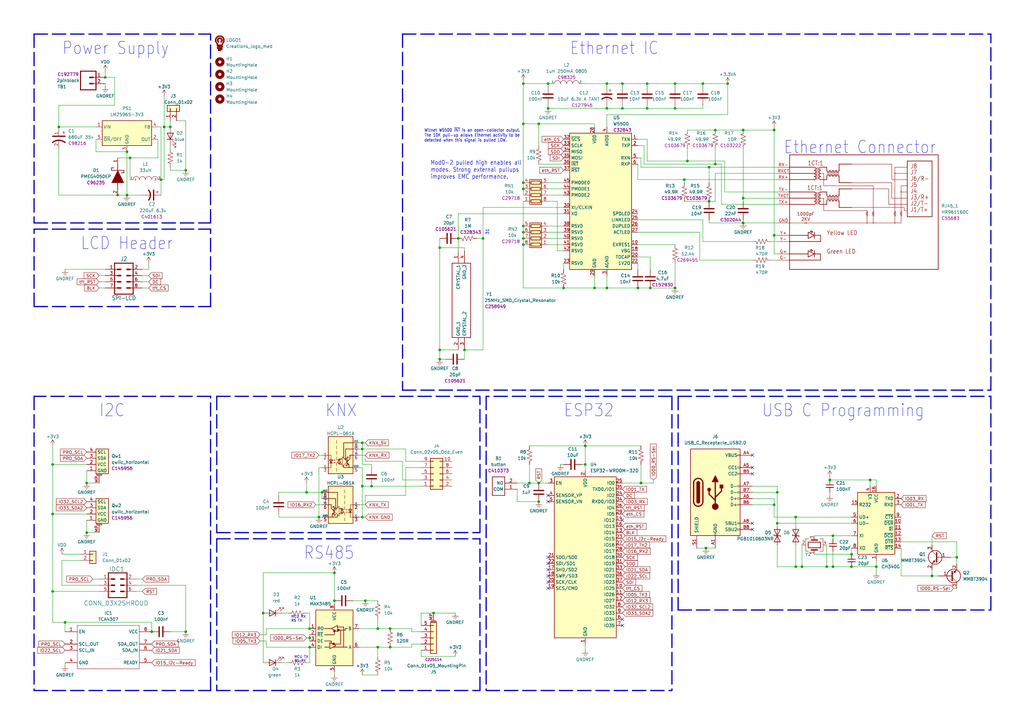
<source format=kicad_sch>
(kicad_sch (version 20211123) (generator eeschema)
  (paper "A3")
  (lib_symbols
    (symbol "Austins creations:12x12x8_inductor"
      (property "Reference" "L" (at 0 6.35 0))
      (property "Value" "12x12x8_inductor" (at 0 3.81 0))
      (symbol "12x12x8_inductor_1_1"
        (pin input line (at -6.35 0 0) (length 1.27) (name "1") (number "1"))
        (pin input line (at 6.35 0 180) (length 1.27) (name "2") (number "2"))
      )
    )
    (symbol "Austins creations:25MHz_SMD_Crystal_Resonator"
      (property "Reference" "Y" (at 0 10.16 0))
      (property "Value" "25MHz_SMD_Crystal_Resonator" (at 0 7.62 0))
      (property "part #" "C258949" (at 0 5.08 0))
      (symbol "25MHz_SMD_Crystal_Resonator_1_0"
        (pin bidirectional line (at -20.32 -1.27 0) (length 5.08) (name "CRYSTAL_1") (number "1"))
        (pin bidirectional line (at 20.32 -1.27 180) (length 5.08) (name "GND_1") (number "2"))
        (pin bidirectional line (at 20.32 1.27 180) (length 5.08) (name "CRYSTAL_2") (number "3"))
        (pin bidirectional line (at -20.32 1.27 0) (length 5.08) (name "GND_2") (number "4"))
      )
    )
    (symbol "Austins creations:2pinblock"
      (property "Reference" "ST" (at -7.62 2.54 0))
      (property "Value" "2pinblock" (at -7.62 0 0))
      (property "part #" "C192779" (at -7.62 -2.54 0))
      (symbol "2pinblock_1_0"
        (pin bidirectional line (at 7.62 -1.27 180) (length 5.08) (name "1") (number "1"))
        (pin bidirectional line (at 7.62 1.27 180) (length 5.08) (name "2") (number "2"))
      )
    )
    (symbol "Austins creations:680uF 35v"
      (property "Reference" "C" (at 0 16.51 0))
      (property "Value" "680uF 35v" (at 0 13.97 0))
      (property "part #" "C98216" (at 0 11.43 0))
      (symbol "680uF 35v_1_1"
        (pin passive line (at 0 3.81 270) (length 2.54) (name "~") (number "1"))
        (pin passive line (at 0 -3.81 90) (length 3.302) (name "~") (number "2"))
      )
    )
    (symbol "Austins creations:HR961160C" (pin_names hide)
      (property "Reference" "RJ45_" (at 0 6.35 0))
      (property "Value" "HR961160C" (at 0 3.81 0))
      (property "part #" "C55683" (at 0 1.27 0))
      (symbol "HR961160C_0_0"
        (text "1000pF" (at 6.604 -24.257 0) (effects (font (size 1.27 1.27))))
        (text "2KV" (at 6.604 -26.416 0) (effects (font (size 1.27 1.27))))
      )
      (symbol "HR961160C_1_0"
        (text "1CT:1" (at 7.112 -14.605 0) (effects (font (size 1.778 1.5113)) (justify left bottom)))
        (text "1CT:1" (at 7.366 -4.445 0) (effects (font (size 1.778 1.5113)) (justify left bottom)))
        (text "Green LED" (at 15.24 -40.64 0) (effects (font (size 1.778 1.5113)) (justify left bottom)))
        (text "J1/T+" (at 49.53 -23.495 0) (effects (font (size 1.778 1.5113)) (justify left bottom)))
        (text "J2/T-" (at 49.53 -20.955 0) (effects (font (size 1.778 1.5113)) (justify left bottom)))
        (text "J3/R+" (at 49.53 -18.415 0) (effects (font (size 1.778 1.5113)) (justify left bottom)))
        (text "J4" (at 49.53 -15.875 0) (effects (font (size 1.778 1.5113)) (justify left bottom)))
        (text "J5" (at 49.53 -13.335 0) (effects (font (size 1.778 1.5113)) (justify left bottom)))
        (text "J6/R-" (at 49.53 -10.795 0) (effects (font (size 1.778 1.5113)) (justify left bottom)))
        (text "J7" (at 49.53 -8.255 0) (effects (font (size 1.778 1.5113)) (justify left bottom)))
        (text "J8" (at 49.53 -5.715 0) (effects (font (size 1.778 1.5113)) (justify left bottom)))
        (text "Yellow LED" (at 15.24 -33.02 0) (effects (font (size 1.778 1.5113)) (justify left bottom)))
        (pin bidirectional line (at -5.08 -40.64 0) (length 5.08) (name "G+") (number "G+"))
        (pin bidirectional line (at -5.08 -43.18 0) (length 5.08) (name "G-") (number "G-"))
        (pin bidirectional line (at -5.08 -27.94 0) (length 5.08) (name "GNDF") (number "GND"))
        (pin bidirectional line (at -5.08 -10.16 0) (length 5.08) (name "RX+") (number "RX+"))
        (pin bidirectional line (at -5.08 -5.08 0) (length 5.08) (name "RX-") (number "RX-"))
        (pin bidirectional line (at -5.08 -7.62 0) (length 5.08) (name "RXCT") (number "RXCT"))
        (pin bidirectional line (at -5.08 -20.32 0) (length 5.08) (name "TX+") (number "TX+"))
        (pin bidirectional line (at -5.08 -15.24 0) (length 5.08) (name "TX-") (number "TX-"))
        (pin bidirectional line (at -5.08 -17.78 0) (length 5.08) (name "TXCT") (number "TXCT"))
        (pin bidirectional line (at -5.08 -33.02 0) (length 5.08) (name "Y+") (number "Y+"))
        (pin bidirectional line (at -5.08 -35.56 0) (length 5.08) (name "Y-") (number "Y-"))
      )
    )
    (symbol "Austins creations:LM2596S"
      (property "Reference" "PS" (at 0 8.89 0))
      (property "Value" "LM2596S" (at 0 6.35 0))
      (symbol "LM2596S_1_1"
        (pin power_in line (at -12.7 2.54 0) (length 2.54) (name "VIN") (number "1"))
        (pin output line (at 12.7 -2.54 180) (length 2.54) (name "OUT") (number "2"))
        (pin power_in line (at 0 -7.62 90) (length 2.54) (name "GND") (number "3"))
        (pin input line (at 12.7 2.54 180) (length 2.54) (name "FB") (number "4"))
        (pin input line (at -12.7 -2.54 0) (length 2.54) (name "~{ON}/OFF") (number "5"))
      )
    )
    (symbol "Austins creations:PMEG4050EP"
      (property "Reference" "D" (at 0 8.89 0))
      (property "Value" "PMEG4050EP" (at 0 6.35 0))
      (property "part #" "C96235" (at 0 3.81 0))
      (symbol "PMEG4050EP_1_0"
        (pin bidirectional line (at -7.62 0 0) (length 2.54) (name "K") (number "1"))
        (pin bidirectional line (at 7.62 0 180) (length 2.54) (name "A") (number "2"))
      )
    )
    (symbol "Austins creations:TCA4307"
      (property "Reference" "IC" (at 0 12.7 0))
      (property "Value" "TCA4307" (at 0 10.16 0))
      (symbol "TCA4307_1_0"
        (pin bidirectional line (at -17.78 6.35 0) (length 5.08) (name "EN") (number "1"))
        (pin bidirectional line (at -17.78 1.27 0) (length 5.08) (name "SCL_OUT") (number "2"))
        (pin bidirectional line (at -17.78 -1.27 0) (length 5.08) (name "SCL_IN") (number "3"))
        (pin bidirectional line (at -17.78 -6.35 0) (length 5.08) (name "GND") (number "4"))
        (pin bidirectional line (at 17.78 -6.35 180) (length 5.08) (name "READY") (number "5"))
        (pin bidirectional line (at 17.78 -1.27 180) (length 5.08) (name "SDA_IN") (number "6"))
        (pin bidirectional line (at 17.78 1.27 180) (length 5.08) (name "SDA_OUT") (number "7"))
        (pin bidirectional line (at 17.78 6.35 180) (length 5.08) (name "VCC") (number "8"))
      )
    )
    (symbol "Austins creations:button"
      (property "Reference" "B" (at 0 10.16 0))
      (property "Value" "button" (at 0 7.62 0))
      (property "part #" "C410373" (at 0 5.08 0))
      (symbol "button_1_0"
        (pin bidirectional line (at -5.08 1.27 0) (length 5.08) (name "COM") (number "1"))
        (pin bidirectional line (at -5.08 -1.27 0) (length 5.08) (name "NO") (number "2"))
      )
    )
    (symbol "Austins creations:qwiic_horizontal"
      (property "Reference" "Qw" (at 0 11.43 0))
      (property "Value" "qwiic_horizontal" (at 0 8.89 0))
      (property "part #" "C145956" (at 0 6.35 0))
      (symbol "qwiic_horizontal_1_1"
        (text "Mounting" (at 1.27 -5.461 0) (effects (font (size 0.381 0.381))))
        (pin passive line (at -3.81 -3.81 0) (length 3.81) (name "GND") (number "1"))
        (pin passive line (at -3.81 -1.27 0) (length 3.81) (name "VCC") (number "2"))
        (pin passive line (at -3.81 1.27 0) (length 3.81) (name "SDA") (number "3"))
        (pin passive line (at -3.81 3.81 0) (length 3.81) (name "SCL") (number "4"))
        (pin passive line (at 1.27 -8.89 90) (length 3.048) (name "") (number "MP"))
      )
    )
    (symbol "Connector:USB_C_Receptacle_USB2.0" (pin_names (offset 1.016))
      (property "Reference" "J" (at -10.16 19.05 0))
      (property "Value" "USB_C_Receptacle_USB2.0" (at 19.05 19.05 0))
      (symbol "USB_C_Receptacle_USB2.0_1_1"
        (pin passive line (at 0 -22.86 90) (length 5.08) (name "GND") (number "A1"))
        (pin passive line (at 0 -22.86 90) (length 5.08) hide (name "GND") (number "A12"))
        (pin passive line (at 15.24 15.24 180) (length 5.08) (name "VBUS") (number "A4"))
        (pin bidirectional line (at 15.24 10.16 180) (length 5.08) (name "CC1") (number "A5"))
        (pin bidirectional line (at 15.24 -2.54 180) (length 5.08) (name "D+") (number "A6"))
        (pin bidirectional line (at 15.24 2.54 180) (length 5.08) (name "D-") (number "A7"))
        (pin bidirectional line (at 15.24 -12.7 180) (length 5.08) (name "SBU1") (number "A8"))
        (pin passive line (at 15.24 15.24 180) (length 5.08) hide (name "VBUS") (number "A9"))
        (pin passive line (at 0 -22.86 90) (length 5.08) hide (name "GND") (number "B1"))
        (pin passive line (at 0 -22.86 90) (length 5.08) hide (name "GND") (number "B12"))
        (pin passive line (at 15.24 15.24 180) (length 5.08) hide (name "VBUS") (number "B4"))
        (pin bidirectional line (at 15.24 7.62 180) (length 5.08) (name "CC2") (number "B5"))
        (pin bidirectional line (at 15.24 -5.08 180) (length 5.08) (name "D+") (number "B6"))
        (pin bidirectional line (at 15.24 0 180) (length 5.08) (name "D-") (number "B7"))
        (pin bidirectional line (at 15.24 -15.24 180) (length 5.08) (name "SBU2") (number "B8"))
        (pin passive line (at 15.24 15.24 180) (length 5.08) hide (name "VBUS") (number "B9"))
        (pin passive line (at -7.62 -22.86 90) (length 5.08) (name "SHIELD") (number "S1"))
      )
    )
    (symbol "Connector_Generic:Conn_01x02" (pin_names (offset 1.016) hide)
      (property "Reference" "J" (at 0 2.54 0))
      (property "Value" "Conn_01x02" (at 0 -5.08 0))
      (symbol "Conn_01x02_1_1"
        (pin passive line (at -5.08 0 0) (length 3.81) (name "Pin_1") (number "1"))
        (pin passive line (at -5.08 -2.54 0) (length 3.81) (name "Pin_2") (number "2"))
      )
    )
    (symbol "Connector_Generic:Conn_02x05_Odd_Even" (pin_names (offset 1.016) hide)
      (property "Reference" "J" (at 1.27 7.62 0))
      (property "Value" "Conn_02x05_Odd_Even" (at 1.27 -7.62 0))
      (symbol "Conn_02x05_Odd_Even_1_1"
        (pin passive line (at -5.08 5.08 0) (length 3.81) (name "Pin_1") (number "1"))
        (pin passive line (at 7.62 -5.08 180) (length 3.81) (name "Pin_10") (number "10"))
        (pin passive line (at 7.62 5.08 180) (length 3.81) (name "Pin_2") (number "2"))
        (pin passive line (at -5.08 2.54 0) (length 3.81) (name "Pin_3") (number "3"))
        (pin passive line (at 7.62 2.54 180) (length 3.81) (name "Pin_4") (number "4"))
        (pin passive line (at -5.08 0 0) (length 3.81) (name "Pin_5") (number "5"))
        (pin passive line (at 7.62 0 180) (length 3.81) (name "Pin_6") (number "6"))
        (pin passive line (at -5.08 -2.54 0) (length 3.81) (name "Pin_7") (number "7"))
        (pin passive line (at 7.62 -2.54 180) (length 3.81) (name "Pin_8") (number "8"))
        (pin passive line (at -5.08 -5.08 0) (length 3.81) (name "Pin_9") (number "9"))
      )
    )
    (symbol "Connector_Generic_MountingPin:Conn_01x05_MountingPin" (pin_names (offset 1.016) hide)
      (property "Reference" "J" (at 0 7.62 0))
      (property "Value" "Conn_01x05_MountingPin" (at 1.27 -7.62 0))
      (symbol "Conn_01x05_MountingPin_1_1"
        (text "Mounting" (at 0 -6.731 0) (effects (font (size 0.381 0.381))))
        (pin passive line (at -5.08 5.08 0) (length 3.81) (name "Pin_1") (number "1"))
        (pin passive line (at -5.08 2.54 0) (length 3.81) (name "Pin_2") (number "2"))
        (pin passive line (at -5.08 0 0) (length 3.81) (name "Pin_3") (number "3"))
        (pin passive line (at -5.08 -2.54 0) (length 3.81) (name "Pin_4") (number "4"))
        (pin passive line (at -5.08 -5.08 0) (length 3.81) (name "Pin_5") (number "5"))
        (pin passive line (at 0 -10.16 90) (length 3.048) (name "MountPin") (number "MP"))
      )
    )
    (symbol "Device:C" (pin_numbers hide) (pin_names (offset 0.254))
      (property "Reference" "C" (at 0.635 2.54 0))
      (property "Value" "C" (at 0.635 -2.54 0))
      (symbol "C_1_1"
        (pin passive line (at 0 3.81 270) (length 2.794) (name "~") (number "1"))
        (pin passive line (at 0 -3.81 90) (length 2.794) (name "~") (number "2"))
      )
    )
    (symbol "Device:C_Polarized_US" (pin_numbers hide) (pin_names (offset 0.254) hide)
      (property "Reference" "C" (at 0.635 2.54 0))
      (property "Value" "C_Polarized_US" (at 0.635 -2.54 0))
      (symbol "C_Polarized_US_1_1"
        (pin passive line (at 0 3.81 270) (length 2.794) (name "~") (number "1"))
        (pin passive line (at 0 -3.81 90) (length 3.302) (name "~") (number "2"))
      )
    )
    (symbol "Device:C_Small" (pin_numbers hide) (pin_names (offset 0.254) hide)
      (property "Reference" "C" (at 0.254 1.778 0))
      (property "Value" "C_Small" (at 0.254 -2.032 0))
      (symbol "C_Small_1_1"
        (pin passive line (at 0 2.54 270) (length 2.032) (name "~") (number "1"))
        (pin passive line (at 0 -2.54 90) (length 2.032) (name "~") (number "2"))
      )
    )
    (symbol "Device:Crystal_GND24" (pin_names (offset 1.016) hide)
      (property "Reference" "Y" (at 3.175 5.08 0))
      (property "Value" "Crystal_GND24" (at 3.175 3.175 0))
      (symbol "Crystal_GND24_1_1"
        (pin passive line (at -3.81 0 0) (length 1.27) (name "1") (number "1"))
        (pin passive line (at 0 5.08 270) (length 1.27) (name "2") (number "2"))
        (pin passive line (at 3.81 0 180) (length 1.27) (name "3") (number "3"))
        (pin passive line (at 0 -5.08 90) (length 1.27) (name "4") (number "4"))
      )
    )
    (symbol "Device:D_TVS" (pin_numbers hide) (pin_names (offset 1.016) hide)
      (property "Reference" "D" (at 0 2.54 0))
      (property "Value" "D_TVS" (at 0 -2.54 0))
      (symbol "D_TVS_1_1"
        (pin passive line (at -3.81 0 0) (length 2.54) (name "A1") (number "1"))
        (pin passive line (at 3.81 0 180) (length 2.54) (name "A2") (number "2"))
      )
    )
    (symbol "Device:LED" (pin_numbers hide) (pin_names (offset 1.016) hide)
      (property "Reference" "D" (at 0 2.54 0))
      (property "Value" "LED" (at 0 -2.54 0))
      (symbol "LED_1_1"
        (pin passive line (at -3.81 0 0) (length 2.54) (name "K") (number "1"))
        (pin passive line (at 3.81 0 180) (length 2.54) (name "A") (number "2"))
      )
    )
    (symbol "Device:R_Pack04" (pin_names (offset 0) hide)
      (property "Reference" "RN" (at -7.62 0 90))
      (property "Value" "R_Pack04" (at 5.08 0 90))
      (symbol "R_Pack04_1_1"
        (pin passive line (at -5.08 -5.08 90) (length 2.54) (name "R1.1") (number "1"))
        (pin passive line (at -2.54 -5.08 90) (length 2.54) (name "R2.1") (number "2"))
        (pin passive line (at 0 -5.08 90) (length 2.54) (name "R3.1") (number "3"))
        (pin passive line (at 2.54 -5.08 90) (length 2.54) (name "R4.1") (number "4"))
        (pin passive line (at 2.54 5.08 270) (length 2.54) (name "R4.2") (number "5"))
        (pin passive line (at 0 5.08 270) (length 2.54) (name "R3.2") (number "6"))
        (pin passive line (at -2.54 5.08 270) (length 2.54) (name "R2.2") (number "7"))
        (pin passive line (at -5.08 5.08 270) (length 2.54) (name "R1.2") (number "8"))
      )
    )
    (symbol "Device:R_US" (pin_numbers hide) (pin_names (offset 0))
      (property "Reference" "R" (at 2.54 0 90))
      (property "Value" "R_US" (at -2.54 0 90))
      (symbol "R_US_1_1"
        (pin passive line (at 0 3.81 270) (length 1.27) (name "~") (number "1"))
        (pin passive line (at 0 -3.81 90) (length 1.27) (name "~") (number "2"))
      )
    )
    (symbol "Interface_Ethernet:W5500"
      (property "Reference" "U" (at -11.43 29.21 0))
      (property "Value" "W5500" (at 8.89 29.21 0))
      (symbol "W5500_1_1"
        (pin output line (at 15.24 25.4 180) (length 2.54) (name "TXN") (number "1"))
        (pin passive line (at 15.24 -17.78 180) (length 2.54) (name "EXRES1") (number "10"))
        (pin passive line (at 2.54 30.48 270) (length 2.54) hide (name "AVDD") (number "11"))
        (pin no_connect line (at 12.7 7.62 180) (length 2.54) hide (name "NC") (number "12"))
        (pin no_connect line (at 12.7 5.08 180) (length 2.54) hide (name "NC") (number "13"))
        (pin passive line (at 2.54 -30.48 90) (length 2.54) hide (name "AGND") (number "14"))
        (pin passive line (at 2.54 30.48 270) (length 2.54) hide (name "AVDD") (number "15"))
        (pin passive line (at 2.54 -30.48 90) (length 2.54) hide (name "AGND") (number "16"))
        (pin passive line (at 2.54 30.48 270) (length 2.54) hide (name "AVDD") (number "17"))
        (pin passive line (at 15.24 -20.32 180) (length 2.54) (name "VBG") (number "18"))
        (pin passive line (at 2.54 -30.48 90) (length 2.54) hide (name "AGND") (number "19"))
        (pin output line (at 15.24 22.86 180) (length 2.54) (name "TXP") (number "2"))
        (pin passive line (at 15.24 -22.86 180) (length 2.54) (name "TOCAP") (number "20"))
        (pin passive line (at 2.54 30.48 270) (length 2.54) hide (name "AVDD") (number "21"))
        (pin output line (at 15.24 -25.4 180) (length 2.54) (name "1V2O") (number "22"))
        (pin input line (at -15.24 -25.4 0) (length 2.54) (name "RSVD") (number "23"))
        (pin output line (at 15.24 -5.08 180) (length 2.54) (name "SPDLED") (number "24"))
        (pin output line (at 15.24 -7.62 180) (length 2.54) (name "LINKLED") (number "25"))
        (pin output line (at 15.24 -10.16 180) (length 2.54) (name "DUPLED") (number "26"))
        (pin output line (at 15.24 -12.7 180) (length 2.54) (name "ACTLED") (number "27"))
        (pin power_in line (at -2.54 30.48 270) (length 2.54) (name "VDD") (number "28"))
        (pin power_in line (at -2.54 -30.48 90) (length 2.54) (name "GND") (number "29"))
        (pin power_in line (at 2.54 -30.48 90) (length 2.54) (name "AGND") (number "3"))
        (pin input line (at -15.24 -2.54 0) (length 2.54) (name "XI/CLKIN") (number "30"))
        (pin output line (at -15.24 -5.08 0) (length 2.54) (name "XO") (number "31"))
        (pin input line (at -15.24 25.4 0) (length 2.54) (name "~{SCS}") (number "32"))
        (pin input line (at -15.24 22.86 0) (length 2.54) (name "SCLK") (number "33"))
        (pin output line (at -15.24 20.32 0) (length 2.54) (name "MISO") (number "34"))
        (pin input line (at -15.24 17.78 0) (length 2.54) (name "MOSI") (number "35"))
        (pin input line (at -15.24 15.24 0) (length 2.54) (name "~{INT}") (number "36"))
        (pin input line (at -15.24 12.7 0) (length 2.54) (name "~{RST}") (number "37"))
        (pin input line (at -15.24 -10.16 0) (length 2.54) (name "RSVD") (number "38"))
        (pin input line (at -15.24 -12.7 0) (length 2.54) (name "RSVD") (number "39"))
        (pin power_in line (at 2.54 30.48 270) (length 2.54) (name "AVDD") (number "4"))
        (pin input line (at -15.24 -15.24 0) (length 2.54) (name "RSVD") (number "40"))
        (pin input line (at -15.24 -17.78 0) (length 2.54) (name "RSVD") (number "41"))
        (pin input line (at -15.24 -20.32 0) (length 2.54) (name "RSVD") (number "42"))
        (pin input line (at -15.24 2.54 0) (length 2.54) (name "PMODE2") (number "43"))
        (pin input line (at -15.24 5.08 0) (length 2.54) (name "PMODE1") (number "44"))
        (pin input line (at -15.24 7.62 0) (length 2.54) (name "PMODE0") (number "45"))
        (pin no_connect line (at 12.7 2.54 180) (length 2.54) hide (name "NC") (number "46"))
        (pin no_connect line (at 12.7 0 180) (length 2.54) hide (name "NC") (number "47"))
        (pin passive line (at 2.54 -30.48 90) (length 2.54) hide (name "AGND") (number "48"))
        (pin input line (at 15.24 17.78 180) (length 2.54) (name "RXN") (number "5"))
        (pin input line (at 15.24 15.24 180) (length 2.54) (name "RXP") (number "6"))
        (pin no_connect line (at 12.7 10.16 180) (length 2.54) hide (name "DNC") (number "7"))
        (pin passive line (at 2.54 30.48 270) (length 2.54) hide (name "AVDD") (number "8"))
        (pin passive line (at 2.54 -30.48 90) (length 2.54) hide (name "AGND") (number "9"))
      )
    )
    (symbol "Interface_UART:MAX3485"
      (property "Reference" "U" (at -6.096 11.43 0))
      (property "Value" "MAX3485" (at 0.762 11.43 0))
      (symbol "MAX3485_1_1"
        (pin output line (at -10.16 2.54 0) (length 2.54) (name "RO") (number "1"))
        (pin input line (at -10.16 0 0) (length 2.54) (name "~{RE}") (number "2"))
        (pin input line (at -10.16 -2.54 0) (length 2.54) (name "DE") (number "3"))
        (pin input line (at -10.16 -5.08 0) (length 2.54) (name "DI") (number "4"))
        (pin power_in line (at 0 -15.24 90) (length 2.54) (name "GND") (number "5"))
        (pin bidirectional line (at 10.16 -5.08 180) (length 2.54) (name "A") (number "6"))
        (pin bidirectional line (at 10.16 2.54 180) (length 2.54) (name "B") (number "7"))
        (pin power_in line (at 0 12.7 270) (length 2.54) (name "VCC") (number "8"))
      )
    )
    (symbol "Interface_USB:CH340G"
      (property "Reference" "U" (at -5.08 13.97 0))
      (property "Value" "CH340G" (at 1.27 13.97 0))
      (symbol "CH340G_1_1"
        (pin power_in line (at 0 -15.24 90) (length 2.54) (name "GND") (number "1"))
        (pin input line (at 10.16 0 180) (length 2.54) (name "~{DSR}") (number "10"))
        (pin input line (at 10.16 -2.54 180) (length 2.54) (name "~{RI}") (number "11"))
        (pin input line (at 10.16 -5.08 180) (length 2.54) (name "~{DCD}") (number "12"))
        (pin output line (at 10.16 -7.62 180) (length 2.54) (name "~{DTR}") (number "13"))
        (pin output line (at 10.16 -10.16 180) (length 2.54) (name "~{RTS}") (number "14"))
        (pin input line (at -10.16 7.62 0) (length 2.54) (name "R232") (number "15"))
        (pin power_in line (at 0 15.24 270) (length 2.54) (name "VCC") (number "16"))
        (pin output line (at 10.16 10.16 180) (length 2.54) (name "TXD") (number "2"))
        (pin input line (at 10.16 7.62 180) (length 2.54) (name "RXD") (number "3"))
        (pin passive line (at -2.54 15.24 270) (length 2.54) (name "V3") (number "4"))
        (pin bidirectional line (at -10.16 2.54 0) (length 2.54) (name "UD+") (number "5"))
        (pin bidirectional line (at -10.16 0 0) (length 2.54) (name "UD-") (number "6"))
        (pin input line (at -10.16 -5.08 0) (length 2.54) (name "XI") (number "7"))
        (pin output line (at -10.16 -10.16 0) (length 2.54) (name "XO") (number "8"))
        (pin input line (at 10.16 2.54 180) (length 2.54) (name "~{CTS}") (number "9"))
      )
    )
    (symbol "Isolator:HCPL-061A" (pin_names (offset 0))
      (property "Reference" "U" (at -4.064 8.89 0))
      (property "Value" "HCPL-061A" (at 0.254 -9.144 0))
      (symbol "HCPL-061A_1_1"
        (pin no_connect line (at -5.08 5.08 0) (length 2.54) hide (name "NC") (number "1"))
        (pin passive line (at -7.62 0 0) (length 2.54) (name "A") (number "2"))
        (pin passive line (at -7.62 -5.08 0) (length 2.54) (name "C") (number "3"))
        (pin power_in line (at 7.62 -5.08 180) (length 2.54) (name "GND") (number "5"))
        (pin open_collector line (at 7.62 0 180) (length 2.54) (name "VO") (number "6"))
        (pin input line (at 7.62 2.54 180) (length 2.54) (name "EN") (number "7"))
        (pin power_in line (at 7.62 5.08 180) (length 2.54) (name "VCC") (number "8"))
      )
    )
    (symbol "Mechanical:MountingHole" (pin_names (offset 1.016))
      (property "Reference" "H" (at 0 5.08 0))
      (property "Value" "MountingHole" (at 0 3.175 0))
    )
    (symbol "RACK32-lite v2-eagle-import:CONN_03X2SHROUD"
      (property "Reference" "J" (at -3.556 5.588 0))
      (property "Value" "CONN_03X2SHROUD" (at -3.302 -5.842 0))
      (symbol "CONN_03X2SHROUD_1_0"
        (pin bidirectional line (at -7.62 2.54 0) (length 5.08) (name "1") (number "1"))
        (pin bidirectional line (at 7.62 2.54 180) (length 5.08) (name "2") (number "2"))
        (pin bidirectional line (at -7.62 0 0) (length 5.08) (name "3") (number "3"))
        (pin bidirectional line (at 7.62 0 180) (length 5.08) (name "4") (number "4"))
        (pin bidirectional line (at -7.62 -2.54 0) (length 5.08) (name "5") (number "5"))
        (pin bidirectional line (at 7.62 -2.54 180) (length 5.08) (name "6") (number "6"))
      )
    )
    (symbol "RACK32-lite v2-eagle-import:CONN_04X2-SHROUD"
      (property "Reference" "J" (at 0 3.302 0))
      (property "Value" "CONN_04X2-SHROUD" (at 0 -12.7 0))
      (symbol "CONN_04X2-SHROUD_1_0"
        (pin passive line (at -7.62 0 0) (length 5.08) (name "1") (number "1"))
        (pin passive line (at 7.62 0 180) (length 5.08) (name "2") (number "2"))
        (pin passive line (at -7.62 -2.54 0) (length 5.08) (name "3") (number "3"))
        (pin passive line (at 7.62 -2.54 180) (length 5.08) (name "4") (number "4"))
        (pin passive line (at -7.62 -5.08 0) (length 5.08) (name "5") (number "5"))
        (pin passive line (at 7.62 -5.08 180) (length 5.08) (name "6") (number "6"))
        (pin passive line (at -7.62 -7.62 0) (length 5.08) (name "7") (number "7"))
        (pin passive line (at 7.62 -7.62 180) (length 5.08) (name "8") (number "8"))
      )
    )
    (symbol "RF_Module:ESP32-WROOM-32D"
      (property "Reference" "U" (at -12.7 34.29 0))
      (property "Value" "ESP32-WROOM-32D" (at 1.27 34.29 0))
      (symbol "ESP32-WROOM-32D_1_1"
        (pin power_in line (at 0 -35.56 90) (length 2.54) (name "GND") (number "1"))
        (pin bidirectional line (at 15.24 -12.7 180) (length 2.54) (name "IO25") (number "10"))
        (pin bidirectional line (at 15.24 -15.24 180) (length 2.54) (name "IO26") (number "11"))
        (pin bidirectional line (at 15.24 -17.78 180) (length 2.54) (name "IO27") (number "12"))
        (pin bidirectional line (at 15.24 10.16 180) (length 2.54) (name "IO14") (number "13"))
        (pin bidirectional line (at 15.24 15.24 180) (length 2.54) (name "IO12") (number "14"))
        (pin passive line (at 0 -35.56 90) (length 2.54) hide (name "GND") (number "15"))
        (pin bidirectional line (at 15.24 12.7 180) (length 2.54) (name "IO13") (number "16"))
        (pin bidirectional line (at -15.24 -5.08 0) (length 2.54) (name "SHD/SD2") (number "17"))
        (pin bidirectional line (at -15.24 -7.62 0) (length 2.54) (name "SWP/SD3") (number "18"))
        (pin bidirectional line (at -15.24 -12.7 0) (length 2.54) (name "SCS/CMD") (number "19"))
        (pin power_in line (at 0 35.56 270) (length 2.54) (name "VDD") (number "2"))
        (pin bidirectional line (at -15.24 -10.16 0) (length 2.54) (name "SCK/CLK") (number "20"))
        (pin bidirectional line (at -15.24 0 0) (length 2.54) (name "SDO/SD0") (number "21"))
        (pin bidirectional line (at -15.24 -2.54 0) (length 2.54) (name "SDI/SD1") (number "22"))
        (pin bidirectional line (at 15.24 7.62 180) (length 2.54) (name "IO15") (number "23"))
        (pin bidirectional line (at 15.24 25.4 180) (length 2.54) (name "IO2") (number "24"))
        (pin bidirectional line (at 15.24 30.48 180) (length 2.54) (name "IO0") (number "25"))
        (pin bidirectional line (at 15.24 20.32 180) (length 2.54) (name "IO4") (number "26"))
        (pin bidirectional line (at 15.24 5.08 180) (length 2.54) (name "IO16") (number "27"))
        (pin bidirectional line (at 15.24 2.54 180) (length 2.54) (name "IO17") (number "28"))
        (pin bidirectional line (at 15.24 17.78 180) (length 2.54) (name "IO5") (number "29"))
        (pin input line (at -15.24 30.48 0) (length 2.54) (name "EN") (number "3"))
        (pin bidirectional line (at 15.24 0 180) (length 2.54) (name "IO18") (number "30"))
        (pin bidirectional line (at 15.24 -2.54 180) (length 2.54) (name "IO19") (number "31"))
        (pin no_connect line (at -12.7 -27.94 0) (length 2.54) hide (name "NC") (number "32"))
        (pin bidirectional line (at 15.24 -5.08 180) (length 2.54) (name "IO21") (number "33"))
        (pin bidirectional line (at 15.24 22.86 180) (length 2.54) (name "RXD0/IO3") (number "34"))
        (pin bidirectional line (at 15.24 27.94 180) (length 2.54) (name "TXD0/IO1") (number "35"))
        (pin bidirectional line (at 15.24 -7.62 180) (length 2.54) (name "IO22") (number "36"))
        (pin bidirectional line (at 15.24 -10.16 180) (length 2.54) (name "IO23") (number "37"))
        (pin passive line (at 0 -35.56 90) (length 2.54) hide (name "GND") (number "38"))
        (pin passive line (at 0 -35.56 90) (length 2.54) hide (name "GND") (number "39"))
        (pin input line (at -15.24 25.4 0) (length 2.54) (name "SENSOR_VP") (number "4"))
        (pin input line (at -15.24 22.86 0) (length 2.54) (name "SENSOR_VN") (number "5"))
        (pin input line (at 15.24 -25.4 180) (length 2.54) (name "IO34") (number "6"))
        (pin input line (at 15.24 -27.94 180) (length 2.54) (name "IO35") (number "7"))
        (pin bidirectional line (at 15.24 -20.32 180) (length 2.54) (name "IO32") (number "8"))
        (pin bidirectional line (at 15.24 -22.86 180) (length 2.54) (name "IO33") (number "9"))
      )
    )
    (symbol "Transistor_BJT:MMBT3904" (pin_names (offset 0) hide)
      (property "Reference" "Q" (at 5.08 1.905 0))
      (property "Value" "MMBT3904" (at 5.08 0 0))
      (symbol "MMBT3904_1_1"
        (pin input line (at -5.08 0 0) (length 5.715) (name "B") (number "1"))
        (pin passive line (at 2.54 -5.08 90) (length 2.54) (name "E") (number "2"))
        (pin passive line (at 2.54 5.08 270) (length 2.54) (name "C") (number "3"))
      )
    )
    (symbol "logos:Creations_logo_med"
      (property "Reference" "LOGO" (at 0 6.35 0))
      (property "Value" "Creations_logo_med" (at 0 3.81 0))
    )
    (symbol "power:+3.3V" (power) (pin_names (offset 0))
      (property "Value" "+3.3V" (at 0 3.556 0))
      (symbol "+3.3V_1_1"
        (pin power_in line (at 0 0 90) (length 0) hide (name "+3V3") (number "1"))
      )
    )
    (symbol "power:+3.3VA" (power) (pin_names (offset 0))
      (property "Value" "+3.3VA" (at 0 3.556 0))
      (symbol "+3.3VA_1_1"
        (pin power_in line (at 0 0 90) (length 0) hide (name "+3.3VA") (number "1"))
      )
    )
    (symbol "power:GNDREF" (power) (pin_names (offset 0))
      (property "Value" "GNDREF" (at 0 -3.81 0))
      (symbol "GNDREF_1_1"
        (pin power_in line (at 0 0 270) (length 0) hide (name "GNDREF") (number "1"))
      )
    )
    (symbol "power:VDD" (power) (pin_names (offset 0))
      (property "Value" "VDD" (at 0 3.81 0))
      (symbol "VDD_1_1"
        (pin power_in line (at 0 0 90) (length 0) hide (name "VDD") (number "1"))
      )
    )
    (symbol "pspice:INDUCTOR" (pin_numbers hide) (pin_names (offset 0))
      (property "Reference" "L" (at 0 2.54 0))
      (property "Value" "INDUCTOR" (at 0 -1.27 0))
      (symbol "INDUCTOR_1_1"
        (pin input line (at -6.35 0 0) (length 1.27) (name "1") (number "1"))
        (pin input line (at 6.35 0 180) (length 1.27) (name "2") (number "2"))
      )
    )
    (symbol "qwiic_horizontal_1"
      (property "Reference" "Qw" (at 0 11.43 0))
      (property "Value" "qwiic_horizontal_1" (at 0 8.89 0))
      (property "part #" "C145956" (at 0 6.35 0))
      (symbol "qwiic_horizontal_1_1_1"
        (text "Mounting" (at 1.27 -5.461 0) (effects (font (size 0.381 0.381))))
        (pin passive line (at -3.81 -3.81 0) (length 3.81) (name "GND") (number "1"))
        (pin passive line (at -3.81 -1.27 0) (length 3.81) (name "VCC") (number "2"))
        (pin passive line (at -3.81 1.27 0) (length 3.81) (name "SDA") (number "3"))
        (pin passive line (at -3.81 3.81 0) (length 3.81) (name "SCL") (number "4"))
        (pin passive line (at 1.27 -8.89 90) (length 3.048) (name "") (number "MP"))
      )
    )
  )
  (junction (at 220.98 198.12))
  (junction (at 154.94 265.43))
  (junction (at 304.8 91.44))
  (junction (at 148.59 181.61))
  (junction (at 339.09 232.41))
  (junction (at 180.34 147.32))
  (junction (at 262.89 198.12))
  (junction (at 66.04 73.66))
  (junction (at 190.5 143.51))
  (junction (at 243.84 118.11))
  (junction (at 127 257.81))
  (junction (at 340.36 196.85))
  (junction (at 326.39 212.09))
  (junction (at 21.59 210.82))
  (junction (at 149.86 246.38))
  (junction (at 317.5 207.01))
  (junction (at 293.37 67.31))
  (junction (at 132.08 201.93))
  (junction (at 289.56 224.79))
  (junction (at 349.25 227.33))
  (junction (at 298.45 34.29))
  (junction (at 214.63 50.8))
  (junction (at 220.98 205.74))
  (junction (at 240.03 182.88))
  (junction (at 35.56 218.44))
  (junction (at 152.4 199.39))
  (junction (at 231.14 118.11))
  (junction (at 382.27 236.22))
  (junction (at 52.07 80.01))
  (junction (at 21.59 190.5))
  (junction (at 240.03 190.5))
  (junction (at 318.77 201.93))
  (junction (at 160.02 265.43))
  (junction (at 255.27 34.29))
  (junction (at 359.41 232.41))
  (junction (at 276.86 34.29))
  (junction (at 265.43 34.29))
  (junction (at 392.43 228.6))
  (junction (at 281.94 66.04))
  (junction (at 214.63 34.29))
  (junction (at 248.92 34.29))
  (junction (at 62.23 259.08))
  (junction (at 248.92 44.45))
  (junction (at 328.93 232.41))
  (junction (at 280.67 73.66))
  (junction (at 214.63 100.33))
  (junction (at 26.67 255.27))
  (junction (at 214.63 92.71))
  (junction (at 261.62 118.11))
  (junction (at 127 261.62))
  (junction (at 341.63 219.71))
  (junction (at 24.13 52.07))
  (junction (at 214.63 77.47))
  (junction (at 137.16 246.38))
  (junction (at 276.86 118.11))
  (junction (at 43.18 31.75))
  (junction (at 76.2 259.08))
  (junction (at 255.27 44.45))
  (junction (at 154.94 257.81))
  (junction (at 107.95 251.46))
  (junction (at 125.73 201.93))
  (junction (at 288.29 34.29))
  (junction (at 220.98 50.8))
  (junction (at 187.96 97.79))
  (junction (at 341.63 232.41))
  (junction (at 317.5 96.52))
  (junction (at 214.63 97.79))
  (junction (at 130.81 212.09))
  (junction (at 137.16 234.95))
  (junction (at 52.07 62.23))
  (junction (at 214.63 74.93))
  (junction (at 276.86 44.45))
  (junction (at 217.17 198.12))
  (junction (at 180.34 101.6))
  (junction (at 69.85 52.07))
  (junction (at 21.59 242.57))
  (junction (at 248.92 118.11))
  (junction (at 317.5 53.34))
  (junction (at 53.34 64.77))
  (junction (at 198.12 97.79))
  (junction (at 224.79 44.45))
  (junction (at 266.7 118.11))
  (junction (at 304.8 53.34))
  (junction (at 304.8 81.28))
  (junction (at 180.34 143.51))
  (junction (at 177.8 251.46))
  (junction (at 349.25 232.41))
  (junction (at 76.2 69.85))
  (junction (at 48.26 80.01))
  (junction (at 224.79 34.29))
  (junction (at 160.02 257.81))
  (junction (at 148.59 199.39))
  (junction (at 148.59 212.09))
  (junction (at 35.56 198.12))
  (junction (at 293.37 53.34))
  (junction (at 290.83 82.55))
  (junction (at 290.83 68.58))
  (junction (at 356.87 196.85))
  (junction (at 148.59 184.15))
  (junction (at 214.63 95.25))
  (junction (at 127 265.43))
  (junction (at 67.31 52.07))
  (junction (at 318.77 214.63))
  (junction (at 326.39 232.41))
  (junction (at 265.43 44.45))
  (no_connect (at 308.61 214.63))
  (no_connect (at 308.61 217.17))
  (no_connect (at 308.61 186.69))
  (no_connect (at 308.61 191.77))
  (no_connect (at 308.61 194.31))
  (no_connect (at 224.79 203.2))
  (no_connect (at 224.79 205.74))
  (no_connect (at 224.79 236.22))
  (no_connect (at 224.79 238.76))
  (no_connect (at 224.79 241.3))
  (no_connect (at 255.27 254))
  (no_connect (at 255.27 256.54))
  (no_connect (at 255.27 213.36))
  (no_connect (at 224.79 228.6))
  (no_connect (at 224.79 231.14))
  (no_connect (at 224.79 233.68))
  (wire (pts (xy 190.5 101.6) (xy 190.5 102.87)))
  (wire (pts (xy 326.39 212.09) (xy 349.25 212.09)))
  (wire (pts (xy 182.88 147.32) (xy 180.34 147.32)))
  (wire (pts (xy 276.86 35.56) (xy 276.86 34.29)))
  (wire (pts (xy 67.31 39.37) (xy 67.31 52.07)))
  (wire (pts (xy 39.37 52.07) (xy 24.13 52.07)))
  (wire (pts (xy 288.29 35.56) (xy 288.29 34.29)))
  (wire (pts (xy 382.27 236.22) (xy 384.81 236.22)))
  (wire (pts (xy 64.77 52.07) (xy 66.04 52.07)))
  (wire (pts (xy 265.43 43.18) (xy 265.43 44.45)))
  (polyline (pts (xy 406.4 160.02) (xy 406.4 13.97)) (stroke (width 0.5)))
  (wire (pts (xy 297.18 66.04) (xy 281.94 66.04)))
  (wire (pts (xy 318.77 214.63) (xy 318.77 215.9)))
  (wire (pts (xy 58.42 110.49) (xy 60.96 110.49)))
  (polyline (pts (xy 88.9 220.98) (xy 88.9 283.21)) (stroke (width 0.5)))
  (wire (pts (xy 288.29 34.29) (xy 276.86 34.29)))
  (wire (pts (xy 72.39 49.53) (xy 76.2 49.53)))
  (polyline (pts (xy 196.85 218.44) (xy 196.85 162.56)) (stroke (width 0.5)))
  (wire (pts (xy 214.63 92.71) (xy 214.63 95.25)))
  (wire (pts (xy 340.36 201.93) (xy 340.36 203.2)))
  (polyline (pts (xy 278.13 250.19) (xy 406.4 250.19)) (stroke (width 0.5)))
  (wire (pts (xy 154.94 269.24) (xy 154.94 265.43)))
  (wire (pts (xy 130.81 186.69) (xy 132.08 186.69)))
  (polyline (pts (xy 196.85 283.21) (xy 196.85 220.98)) (stroke (width 0.5)))
  (polyline (pts (xy 275.59 162.56) (xy 275.59 283.21)) (stroke (width 0.5)))
  (wire (pts (xy 318.77 232.41) (xy 326.39 232.41)))
  (wire (pts (xy 106.68 262.89) (xy 109.22 262.89)))
  (wire (pts (xy 317.5 104.14) (xy 317.5 96.52)))
  (wire (pts (xy 248.92 44.45) (xy 248.92 43.18)))
  (wire (pts (xy 262.89 198.12) (xy 255.27 198.12)))
  (wire (pts (xy 130.81 212.09) (xy 132.08 212.09)))
  (polyline (pts (xy 86.36 91.44) (xy 86.36 13.97)) (stroke (width 0.5)))
  (wire (pts (xy 339.09 232.41) (xy 341.63 232.41)))
  (wire (pts (xy 149.86 207.01) (xy 149.86 203.2)))
  (wire (pts (xy 304.8 91.44) (xy 290.83 91.44)))
  (wire (pts (xy 231.14 85.09) (xy 198.12 85.09)))
  (wire (pts (xy 298.45 34.29) (xy 288.29 34.29)))
  (wire (pts (xy 265.43 34.29) (xy 255.27 34.29)))
  (wire (pts (xy 114.3 212.09) (xy 130.81 212.09)))
  (polyline (pts (xy 165.1 13.97) (xy 165.1 160.02)) (stroke (width 0.5)))
  (wire (pts (xy 261.62 95.25) (xy 287.02 95.25)))
  (wire (pts (xy 261.62 118.11) (xy 266.7 118.11)))
  (wire (pts (xy 168.91 259.08) (xy 168.91 257.81)))
  (polyline (pts (xy 88.9 283.21) (xy 196.85 283.21)) (stroke (width 0.5)))
  (wire (pts (xy 137.16 234.95) (xy 137.16 246.38)))
  (polyline (pts (xy 13.97 13.97) (xy 86.36 13.97)) (stroke (width 0.5)))
  (wire (pts (xy 304.8 53.34) (xy 317.5 53.34)))
  (wire (pts (xy 356.87 196.85) (xy 340.36 196.85)))
  (wire (pts (xy 316.23 99.06) (xy 318.77 99.06)))
  (wire (pts (xy 180.34 101.6) (xy 180.34 143.51)))
  (wire (pts (xy 137.16 234.95) (xy 107.95 234.95)))
  (wire (pts (xy 148.59 199.39) (xy 148.59 212.09)))
  (wire (pts (xy 125.73 271.78) (xy 127 271.78)))
  (wire (pts (xy 280.67 73.66) (xy 280.67 74.93)))
  (wire (pts (xy 317.5 52.07) (xy 317.5 53.34)))
  (wire (pts (xy 285.75 224.79) (xy 289.56 224.79)))
  (wire (pts (xy 172.72 251.46) (xy 177.8 251.46)))
  (wire (pts (xy 40.64 242.57) (xy 21.59 242.57)))
  (wire (pts (xy 240.03 182.88) (xy 262.89 182.88)))
  (wire (pts (xy 76.2 69.85) (xy 69.85 69.85)))
  (wire (pts (xy 217.17 190.5) (xy 217.17 198.12)))
  (wire (pts (xy 58.42 115.57) (xy 60.96 115.57)))
  (polyline (pts (xy 165.1 160.02) (xy 406.4 160.02)) (stroke (width 0.5)))
  (wire (pts (xy 166.37 189.23) (xy 172.72 189.23)))
  (wire (pts (xy 26.67 255.27) (xy 26.67 259.08)))
  (wire (pts (xy 261.62 100.33) (xy 276.86 100.33)))
  (wire (pts (xy 231.14 107.95) (xy 231.14 110.49)))
  (wire (pts (xy 69.85 49.53) (xy 69.85 52.07)))
  (wire (pts (xy 147.32 181.61) (xy 148.59 181.61)))
  (wire (pts (xy 326.39 232.41) (xy 328.93 232.41)))
  (wire (pts (xy 280.67 73.66) (xy 318.77 73.66)))
  (polyline (pts (xy 88.9 162.56) (xy 88.9 218.44)) (stroke (width 0.5)))
  (wire (pts (xy 21.59 182.88) (xy 21.59 190.5)))
  (wire (pts (xy 214.63 34.29) (xy 214.63 50.8)))
  (wire (pts (xy 389.89 228.6) (xy 392.43 228.6)))
  (wire (pts (xy 318.77 214.63) (xy 318.77 201.93)))
  (wire (pts (xy 261.62 73.66) (xy 280.67 73.66)))
  (wire (pts (xy 127 271.78) (xy 127 265.43)))
  (wire (pts (xy 127 251.46) (xy 127 257.81)))
  (wire (pts (xy 349.25 214.63) (xy 318.77 214.63)))
  (wire (pts (xy 392.43 228.6) (xy 392.43 231.14)))
  (wire (pts (xy 349.25 232.41) (xy 359.41 232.41)))
  (wire (pts (xy 220.98 198.12) (xy 224.79 198.12)))
  (wire (pts (xy 217.17 182.88) (xy 240.03 182.88)))
  (wire (pts (xy 43.18 118.11) (xy 40.64 118.11)))
  (wire (pts (xy 266.7 105.41) (xy 266.7 110.49)))
  (wire (pts (xy 304.8 81.28) (xy 318.77 81.28)))
  (wire (pts (xy 125.73 261.62) (xy 127 261.62)))
  (wire (pts (xy 212.09 205.74) (xy 220.98 205.74)))
  (wire (pts (xy 262.89 198.12) (xy 267.97 198.12)))
  (wire (pts (xy 107.95 234.95) (xy 107.95 251.46)))
  (wire (pts (xy 261.62 118.11) (xy 248.92 118.11)))
  (wire (pts (xy 114.3 210.82) (xy 114.3 212.09)))
  (wire (pts (xy 214.63 82.55) (xy 214.63 92.71)))
  (wire (pts (xy 24.13 80.01) (xy 48.26 80.01)))
  (wire (pts (xy 238.76 190.5) (xy 240.03 190.5)))
  (wire (pts (xy 317.5 96.52) (xy 318.77 96.52)))
  (wire (pts (xy 43.18 115.57) (xy 40.64 115.57)))
  (wire (pts (xy 304.8 60.96) (xy 304.8 81.28)))
  (wire (pts (xy 132.08 201.93) (xy 132.08 204.47)))
  (wire (pts (xy 137.16 275.59) (xy 137.16 276.86)))
  (wire (pts (xy 69.85 59.69) (xy 69.85 60.96)))
  (wire (pts (xy 304.8 81.28) (xy 304.8 82.55)))
  (wire (pts (xy 290.83 68.58) (xy 318.77 68.58)))
  (wire (pts (xy 341.63 232.41) (xy 349.25 232.41)))
  (wire (pts (xy 304.8 53.34) (xy 293.37 53.34)))
  (wire (pts (xy 166.37 203.2) (xy 166.37 191.77)))
  (wire (pts (xy 152.4 191.77) (xy 152.4 190.5)))
  (wire (pts (xy 224.79 92.71) (xy 231.14 92.71)))
  (wire (pts (xy 359.41 232.41) (xy 359.41 234.95)))
  (wire (pts (xy 46.99 43.18) (xy 46.99 31.75)))
  (wire (pts (xy 290.83 82.55) (xy 293.37 82.55)))
  (polyline (pts (xy 199.39 283.21) (xy 275.59 283.21)) (stroke (width 0.5)))
  (wire (pts (xy 64.77 64.77) (xy 64.77 57.15)))
  (polyline (pts (xy 278.13 162.56) (xy 406.4 162.56)) (stroke (width 0.5)))
  (wire (pts (xy 67.31 73.66) (xy 66.04 73.66)))
  (wire (pts (xy 76.2 240.03) (xy 76.2 259.08)))
  (polyline (pts (xy 13.97 125.73) (xy 86.36 125.73)) (stroke (width 0.5)))
  (wire (pts (xy 172.72 256.54) (xy 172.72 251.46)))
  (wire (pts (xy 288.29 90.17) (xy 288.29 99.06)))
  (wire (pts (xy 356.87 199.39) (xy 356.87 196.85)))
  (wire (pts (xy 340.36 195.58) (xy 340.36 196.85)))
  (wire (pts (xy 369.57 236.22) (xy 382.27 236.22)))
  (polyline (pts (xy 13.97 125.73) (xy 13.97 93.98)) (stroke (width 0.5)))
  (wire (pts (xy 187.96 97.79) (xy 187.96 102.87)))
  (wire (pts (xy 168.91 264.16) (xy 172.72 264.16)))
  (wire (pts (xy 26.67 255.27) (xy 21.59 255.27)))
  (wire (pts (xy 35.56 198.12) (xy 40.64 198.12)))
  (wire (pts (xy 154.94 265.43) (xy 160.02 265.43)))
  (wire (pts (xy 308.61 201.93) (xy 318.77 201.93)))
  (wire (pts (xy 109.22 265.43) (xy 127 265.43)))
  (wire (pts (xy 165.1 189.23) (xy 165.1 196.85)))
  (wire (pts (xy 248.92 118.11) (xy 248.92 113.03)))
  (wire (pts (xy 214.63 95.25) (xy 214.63 97.79)))
  (wire (pts (xy 276.86 34.29) (xy 265.43 34.29)))
  (wire (pts (xy 261.62 107.95) (xy 261.62 110.49)))
  (wire (pts (xy 359.41 199.39) (xy 359.41 196.85)))
  (wire (pts (xy 317.5 204.47) (xy 308.61 204.47)))
  (wire (pts (xy 238.76 34.29) (xy 248.92 34.29)))
  (wire (pts (xy 255.27 35.56) (xy 255.27 34.29)))
  (wire (pts (xy 262.89 68.58) (xy 290.83 68.58)))
  (wire (pts (xy 318.77 199.39) (xy 308.61 199.39)))
  (wire (pts (xy 43.18 35.56) (xy 43.18 34.29)))
  (wire (pts (xy 220.98 50.8) (xy 243.84 50.8)))
  (wire (pts (xy 55.88 237.49) (xy 58.42 237.49)))
  (wire (pts (xy 55.88 240.03) (xy 76.2 240.03)))
  (wire (pts (xy 382.27 223.52) (xy 382.27 219.71)))
  (wire (pts (xy 290.83 91.44) (xy 290.83 90.17)))
  (wire (pts (xy 214.63 97.79) (xy 214.63 100.33)))
  (wire (pts (xy 21.59 190.5) (xy 21.59 210.82)))
  (polyline (pts (xy 13.97 283.21) (xy 86.36 283.21)) (stroke (width 0.5)))
  (wire (pts (xy 392.43 222.25) (xy 392.43 228.6)))
  (wire (pts (xy 168.91 257.81) (xy 160.02 257.81)))
  (wire (pts (xy 288.29 99.06) (xy 308.61 99.06)))
  (wire (pts (xy 231.14 87.63) (xy 187.96 87.63)))
  (wire (pts (xy 152.4 190.5) (xy 148.59 190.5)))
  (wire (pts (xy 125.73 201.93) (xy 125.73 198.12)))
  (wire (pts (xy 149.86 189.23) (xy 165.1 189.23)))
  (wire (pts (xy 334.01 219.71) (xy 341.63 219.71)))
  (wire (pts (xy 137.16 246.38) (xy 137.16 247.65)))
  (wire (pts (xy 39.37 57.15) (xy 39.37 62.23)))
  (wire (pts (xy 55.88 242.57) (xy 58.42 242.57)))
  (wire (pts (xy 316.23 106.68) (xy 318.77 106.68)))
  (wire (pts (xy 190.5 143.51) (xy 198.12 143.51)))
  (wire (pts (xy 198.12 143.51) (xy 198.12 97.79)))
  (wire (pts (xy 349.25 227.33) (xy 349.25 224.79)))
  (wire (pts (xy 288.29 43.18) (xy 288.29 44.45)))
  (wire (pts (xy 224.79 74.93) (xy 231.14 74.93)))
  (wire (pts (xy 224.79 34.29) (xy 224.79 35.56)))
  (wire (pts (xy 318.77 78.74) (xy 297.18 78.74)))
  (wire (pts (xy 229.87 190.5) (xy 231.14 190.5)))
  (wire (pts (xy 317.5 53.34) (xy 317.5 96.52)))
  (wire (pts (xy 48.26 64.77) (xy 53.34 64.77)))
  (wire (pts (xy 287.02 95.25) (xy 287.02 106.68)))
  (wire (pts (xy 261.62 73.66) (xy 261.62 67.31)))
  (wire (pts (xy 391.16 241.3) (xy 392.43 241.3)))
  (wire (pts (xy 53.34 73.66) (xy 53.34 64.77)))
  (wire (pts (xy 214.63 50.8) (xy 214.63 74.93)))
  (wire (pts (xy 125.73 251.46) (xy 127 251.46)))
  (wire (pts (xy 248.92 52.07) (xy 248.92 46.99)))
  (wire (pts (xy 318.77 104.14) (xy 317.5 104.14)))
  (wire (pts (xy 224.79 100.33) (xy 231.14 100.33)))
  (wire (pts (xy 154.94 265.43) (xy 147.32 265.43)))
  (polyline (pts (xy 88.9 218.44) (xy 196.85 218.44)) (stroke (width 0.5)))
  (wire (pts (xy 382.27 233.68) (xy 382.27 236.22)))
  (wire (pts (xy 26.67 255.27) (xy 62.23 255.27)))
  (wire (pts (xy 152.4 199.39) (xy 172.72 199.39)))
  (wire (pts (xy 214.63 34.29) (xy 224.79 34.29)))
  (wire (pts (xy 228.6 102.87) (xy 228.6 82.55)))
  (wire (pts (xy 43.18 110.49) (xy 26.67 110.49)))
  (wire (pts (xy 114.3 203.2) (xy 114.3 201.93)))
  (wire (pts (xy 154.94 257.81) (xy 160.02 257.81)))
  (wire (pts (xy 195.58 97.79) (xy 198.12 97.79)))
  (wire (pts (xy 147.32 257.81) (xy 154.94 257.81)))
  (wire (pts (xy 180.34 101.6) (xy 190.5 101.6)))
  (wire (pts (xy 356.87 196.85) (xy 359.41 196.85)))
  (wire (pts (xy 240.03 193.04) (xy 240.03 190.5)))
  (wire (pts (xy 168.91 259.08) (xy 172.72 259.08)))
  (wire (pts (xy 180.34 147.32) (xy 180.34 143.51)))
  (wire (pts (xy 149.86 246.38) (xy 154.94 246.38)))
  (wire (pts (xy 298.45 46.99) (xy 298.45 34.29)))
  (wire (pts (xy 265.43 44.45) (xy 255.27 44.45)))
  (wire (pts (xy 326.39 212.09) (xy 326.39 215.9)))
  (polyline (pts (xy 165.1 13.97) (xy 406.4 13.97)) (stroke (width 0.5)))
  (wire (pts (xy 148.59 276.86) (xy 154.94 276.86)))
  (wire (pts (xy 172.72 269.24) (xy 186.69 269.24)))
  (wire (pts (xy 240.03 182.88) (xy 240.03 190.5)))
  (wire (pts (xy 132.08 201.93) (xy 125.73 201.93)))
  (wire (pts (xy 160.02 265.43) (xy 168.91 265.43)))
  (wire (pts (xy 288.29 44.45) (xy 276.86 44.45)))
  (wire (pts (xy 66.04 73.66) (xy 66.04 80.01)))
  (wire (pts (xy 369.57 224.79) (xy 369.57 236.22)))
  (polyline (pts (xy 278.13 162.56) (xy 278.13 250.19)) (stroke (width 0.5)))
  (wire (pts (xy 165.1 196.85) (xy 172.72 196.85)))
  (wire (pts (xy 261.62 105.41) (xy 266.7 105.41)))
  (polyline (pts (xy 199.39 162.56) (xy 199.39 283.21)) (stroke (width 0.5)))
  (wire (pts (xy 168.91 264.16) (xy 168.91 265.43)))
  (wire (pts (xy 43.18 29.21) (xy 43.18 31.75)))
  (wire (pts (xy 318.77 201.93) (xy 318.77 199.39)))
  (wire (pts (xy 267.97 198.12) (xy 267.97 196.85)))
  (wire (pts (xy 130.81 191.77) (xy 130.81 212.09)))
  (wire (pts (xy 106.68 260.35) (xy 109.22 260.35)))
  (wire (pts (xy 224.79 44.45) (xy 248.92 44.45)))
  (wire (pts (xy 276.86 107.95) (xy 276.86 118.11)))
  (wire (pts (xy 326.39 223.52) (xy 326.39 232.41)))
  (wire (pts (xy 214.63 74.93) (xy 214.63 77.47)))
  (wire (pts (xy 172.72 266.7) (xy 172.72 269.24)))
  (wire (pts (xy 317.5 207.01) (xy 317.5 204.47)))
  (wire (pts (xy 147.32 191.77) (xy 148.59 191.77)))
  (wire (pts (xy 115.57 271.78) (xy 118.11 271.78)))
  (wire (pts (xy 35.56 218.44) (xy 35.56 213.36)))
  (wire (pts (xy 318.77 223.52) (xy 318.77 232.41)))
  (wire (pts (xy 24.13 43.18) (xy 46.99 43.18)))
  (wire (pts (xy 295.91 83.82) (xy 318.77 83.82)))
  (wire (pts (xy 58.42 118.11) (xy 60.96 118.11)))
  (wire (pts (xy 261.62 90.17) (xy 288.29 90.17)))
  (wire (pts (xy 148.59 199.39) (xy 152.4 199.39)))
  (wire (pts (xy 52.07 80.01) (xy 58.42 80.01)))
  (wire (pts (xy 276.86 44.45) (xy 265.43 44.45)))
  (wire (pts (xy 217.17 198.12) (xy 220.98 198.12)))
  (wire (pts (xy 48.26 80.01) (xy 52.07 80.01)))
  (wire (pts (xy 67.31 52.07) (xy 67.31 73.66)))
  (wire (pts (xy 341.63 226.06) (xy 341.63 232.41)))
  (wire (pts (xy 187.96 143.51) (xy 180.34 143.51)))
  (wire (pts (xy 214.63 77.47) (xy 214.63 80.01)))
  (wire (pts (xy 109.22 262.89) (xy 109.22 265.43)))
  (wire (pts (xy 21.59 190.5) (xy 35.56 190.5)))
  (wire (pts (xy 109.22 260.35) (xy 109.22 257.81)))
  (wire (pts (xy 147.32 186.69) (xy 149.86 186.69)))
  (polyline (pts (xy 88.9 220.98) (xy 196.85 220.98)) (stroke (width 0.5)))
  (wire (pts (xy 261.62 59.69) (xy 264.16 59.69)))
  (wire (pts (xy 339.09 223.52) (xy 339.09 232.41)))
  (wire (pts (xy 180.34 97.79) (xy 180.34 101.6)))
  (wire (pts (xy 24.13 52.07) (xy 24.13 53.34)))
  (wire (pts (xy 166.37 184.15) (xy 166.37 189.23)))
  (wire (pts (xy 261.62 64.77) (xy 262.89 64.77)))
  (wire (pts (xy 214.63 100.33) (xy 214.63 118.11)))
  (wire (pts (xy 293.37 71.12) (xy 318.77 71.12)))
  (wire (pts (xy 187.96 87.63) (xy 187.96 97.79)))
  (wire (pts (xy 147.32 184.15) (xy 148.59 184.15)))
  (wire (pts (xy 304.8 91.44) (xy 318.77 91.44)))
  (polyline (pts (xy 13.97 162.56) (xy 13.97 283.21)) (stroke (width 0.5)))
  (wire (pts (xy 69.85 259.08) (xy 76.2 259.08)))
  (wire (pts (xy 147.32 207.01) (xy 149.86 207.01)))
  (wire (pts (xy 341.63 219.71) (xy 349.25 219.71)))
  (wire (pts (xy 308.61 207.01) (xy 317.5 207.01)))
  (wire (pts (xy 46.99 31.75) (xy 43.18 31.75)))
  (wire (pts (xy 264.16 67.31) (xy 293.37 67.31)))
  (wire (pts (xy 328.93 232.41) (xy 328.93 223.52)))
  (wire (pts (xy 334.01 227.33) (xy 349.25 227.33)))
  (wire (pts (xy 224.79 97.79) (xy 231.14 97.79)))
  (wire (pts (xy 281.94 60.96) (xy 281.94 66.04)))
  (wire (pts (xy 53.34 64.77) (xy 64.77 64.77)))
  (wire (pts (xy 265.43 66.04) (xy 265.43 57.15)))
  (polyline (pts (xy 86.36 125.73) (xy 86.36 93.98)) (stroke (width 0.5)))
  (wire (pts (xy 154.94 254) (xy 154.94 257.81)))
  (wire (pts (xy 149.86 186.69) (xy 149.86 189.23)))
  (wire (pts (xy 224.79 43.18) (xy 224.79 44.45)))
  (polyline (pts (xy 86.36 162.56) (xy 13.97 162.56)) (stroke (width 0.5)))
  (wire (pts (xy 67.31 52.07) (xy 69.85 52.07)))
  (wire (pts (xy 293.37 71.12) (xy 293.37 82.55)))
  (wire (pts (xy 293.37 53.34) (xy 281.94 53.34)))
  (wire (pts (xy 276.86 43.18) (xy 276.86 44.45)))
  (wire (pts (xy 129.54 207.01) (xy 132.08 207.01)))
  (wire (pts (xy 224.79 95.25) (xy 231.14 95.25)))
  (wire (pts (xy 220.98 59.69) (xy 220.98 50.8)))
  (wire (pts (xy 212.09 200.66) (xy 212.09 205.74)))
  (polyline (pts (xy 406.4 250.19) (xy 406.4 162.56)) (stroke (width 0.5)))
  (wire (pts (xy 148.59 191.77) (xy 148.59 199.39)))
  (wire (pts (xy 369.57 222.25) (xy 392.43 222.25)))
  (wire (pts (xy 280.67 82.55) (xy 290.83 82.55)))
  (wire (pts (xy 149.86 203.2) (xy 166.37 203.2)))
  (polyline (pts (xy 86.36 283.21) (xy 86.36 162.56)) (stroke (width 0.5)))
  (wire (pts (xy 66.04 52.07) (xy 66.04 73.66)))
  (wire (pts (xy 248.92 46.99) (xy 298.45 46.99)))
  (wire (pts (xy 127 261.62) (xy 127 262.89)))
  (polyline (pts (xy 13.97 93.98) (xy 86.36 93.98)) (stroke (width 0.5)))
  (wire (pts (xy 24.13 43.18) (xy 24.13 52.07)))
  (wire (pts (xy 25.4 227.33) (xy 33.02 227.33)))
  (wire (pts (xy 243.84 118.11) (xy 248.92 118.11)))
  (wire (pts (xy 58.42 113.03) (xy 60.96 113.03)))
  (wire (pts (xy 264.16 59.69) (xy 264.16 67.31)))
  (wire (pts (xy 255.27 43.18) (xy 255.27 44.45)))
  (wire (pts (xy 224.79 80.01) (xy 231.14 80.01)))
  (wire (pts (xy 127 260.35) (xy 127 261.62)))
  (wire (pts (xy 261.62 57.15) (xy 265.43 57.15)))
  (wire (pts (xy 289.56 224.79) (xy 293.37 224.79)))
  (wire (pts (xy 304.8 90.17) (xy 304.8 91.44)))
  (wire (pts (xy 265.43 35.56) (xy 265.43 34.29)))
  (wire (pts (xy 107.95 251.46) (xy 107.95 271.78)))
  (wire (pts (xy 69.85 69.85) (xy 69.85 68.58)))
  (wire (pts (xy 33.02 229.87) (xy 25.4 229.87)))
  (wire (pts (xy 248.92 34.29) (xy 248.92 35.56)))
  (wire (pts (xy 214.63 33.02) (xy 214.63 34.29)))
  (wire (pts (xy 24.13 60.96) (xy 24.13 80.01)))
  (wire (pts (xy 255.27 34.29) (xy 248.92 34.29)))
  (wire (pts (xy 76.2 49.53) (xy 76.2 69.85)))
  (wire (pts (xy 148.59 190.5) (xy 148.59 184.15)))
  (wire (pts (xy 177.8 251.46) (xy 186.69 251.46)))
  (wire (pts (xy 328.93 232.41) (xy 339.09 232.41)))
  (wire (pts (xy 287.02 106.68) (xy 308.61 106.68)))
  (wire (pts (xy 39.37 62.23) (xy 52.07 62.23)))
  (polyline (pts (xy 88.9 162.56) (xy 196.85 162.56)) (stroke (width 0.5)))
  (wire (pts (xy 297.18 78.74) (xy 297.18 66.04)))
  (wire (pts (xy 231.14 102.87) (xy 228.6 102.87)))
  (wire (pts (xy 198.12 85.09) (xy 198.12 97.79)))
  (wire (pts (xy 109.22 257.81) (xy 127 257.81)))
  (wire (pts (xy 21.59 255.27) (xy 21.59 242.57)))
  (wire (pts (xy 115.57 251.46) (xy 118.11 251.46)))
  (wire (pts (xy 214.63 118.11) (xy 231.14 118.11)))
  (wire (pts (xy 166.37 191.77) (xy 172.72 191.77)))
  (wire (pts (xy 40.64 237.49) (xy 38.1 237.49)))
  (wire (pts (xy 214.63 50.8) (xy 220.98 50.8)))
  (polyline (pts (xy 275.59 162.56) (xy 199.39 162.56)) (stroke (width 0.5)))
  (wire (pts (xy 25.4 240.03) (xy 40.64 240.03)))
  (wire (pts (xy 43.18 113.03) (xy 40.64 113.03)))
  (wire (pts (xy 262.89 190.5) (xy 262.89 198.12)))
  (wire (pts (xy 228.6 82.55) (xy 224.79 82.55)))
  (wire (pts (xy 295.91 67.31) (xy 295.91 83.82)))
  (polyline (pts (xy 13.97 91.44) (xy 86.36 91.44)) (stroke (width 0.5)))
  (wire (pts (xy 190.5 143.51) (xy 190.5 147.32)))
  (wire (pts (xy 144.78 246.38) (xy 149.86 246.38)))
  (wire (pts (xy 21.59 210.82) (xy 21.59 242.57)))
  (wire (pts (xy 255.27 44.45) (xy 248.92 44.45)))
  (wire (pts (xy 148.59 212.09) (xy 149.86 212.09)))
  (wire (pts (xy 220.98 67.31) (xy 231.14 67.31)))
  (wire (pts (xy 132.08 191.77) (xy 130.81 191.77)))
  (wire (pts (xy 21.59 210.82) (xy 35.56 210.82)))
  (wire (pts (xy 148.59 181.61) (xy 149.86 181.61)))
  (wire (pts (xy 231.14 118.11) (xy 243.84 118.11)))
  (wire (pts (xy 293.37 67.31) (xy 295.91 67.31)))
  (wire (pts (xy 290.83 68.58) (xy 290.83 74.93)))
  (polyline (pts (xy 13.97 13.97) (xy 13.97 91.44)) (stroke (width 0.5)))
  (wire (pts (xy 35.56 198.12) (xy 35.56 193.04)))
  (wire (pts (xy 341.63 219.71) (xy 341.63 220.98)))
  (wire (pts (xy 35.56 218.44) (xy 40.64 218.44)))
  (wire (pts (xy 226.06 34.29) (xy 224.79 34.29)))
  (wire (pts (xy 148.59 184.15) (xy 166.37 184.15)))
  (wire (pts (xy 317.5 212.09) (xy 317.5 207.01)))
  (wire (pts (xy 243.84 50.8) (xy 243.84 52.07)))
  (wire (pts (xy 243.84 113.03) (xy 243.84 118.11)))
  (wire (pts (xy 62.23 255.27) (xy 62.23 259.08)))
  (wire (pts (xy 60.96 110.49) (xy 60.96 107.95)))
  (wire (pts (xy 281.94 66.04) (xy 265.43 66.04)))
  (wire (pts (xy 262.89 64.77) (xy 262.89 68.58)))
  (wire (pts (xy 224.79 77.47) (xy 231.14 77.47)))
  (wire (pts (xy 26.67 273.05) (xy 26.67 271.78)))
  (wire (pts (xy 212.09 198.12) (xy 217.17 198.12)))
  (wire (pts (xy 148.59 184.15) (xy 148.59 181.61)))
  (wire (pts (xy 317.5 212.09) (xy 326.39 212.09)))
  (wire (pts (xy 293.37 60.96) (xy 293.37 67.31)))
  (wire (pts (xy 359.41 229.87) (xy 359.41 232.41)))
  (wire (pts (xy 52.07 62.23) (xy 52.07 80.01)))
  (wire (pts (xy 114.3 201.93) (xy 125.73 201.93)))
  (wire (pts (xy 25.4 229.87) (xy 25.4 240.03)))
  (wire (pts (xy 266.7 118.11) (xy 276.86 118.11)))
  (wire (pts (xy 148.59 212.09) (xy 147.32 212.09)))
  (wire (pts (xy 240.03 264.16) (xy 240.03 266.7)))
  (text "I2C" (at 40.64 171.45 180) (effects (font (size 5.08 4.318)) (justify left bottom)))
  (text "Power Supply" (at 25.4 22.86 180) (effects (font (size 5.08 4.318)) (justify left bottom)))
  (text "power led" (at 12.7 -57.15 0) (effects (font (size 1.778 1.5113)) (justify left bottom)))
  (text "ESP32" (at 231.14 171.45 180) (effects (font (size 5.08 4.318)) (justify left bottom)))
  (text "Mod0-2 pulled high enables all\nmodes. Strong external pullups\nimproves EMC performance." (at 176.53 73.66 0) (effects (font (size 1.778 1.5113)) (justify left bottom)))
  (text "LCD Header" (at 33.02 102.87 180) (effects (font (size 5.08 4.318)) (justify left bottom)))
  (text "KNX" (at 133.35 171.45 180) (effects (font (size 5.08 4.318)) (justify left bottom)))
  (text "MISO = SDO\nMOSI = SDI" (at 13.97 -109.22 0) (effects (font (size 1.27 1.27)) (justify left bottom)))
  (text "i2c hot swap IC" (at 12.7 -81.28 0) (effects (font (size 1.778 1.5113)) (justify left bottom)))
  (text "i2c pullup ic" (at 12.7 -74.93 0) (effects (font (size 1.778 1.5113)) (justify left bottom)))
  (text "Ethernet Connector" (at 321.31 63.5 180) (effects (font (size 5.08 4.318)) (justify left bottom)))
  (text "USB C Programming" (at 312.42 171.45 180) (effects (font (size 5.08 4.318)) (justify left bottom)))
  (text "MCU RX\nRS TX" (at 119.38 255.27 0) (effects (font (size 1 1)) (justify left bottom)))
  (text "Ethernet IC" (at 233.68 22.86 180) (effects (font (size 5.08 4.318)) (justify left bottom)))
  (text "12v idc disable\n" (at 12.7 -62.23 0) (effects (font (size 1.778 1.5113)) (justify left bottom)))
  (text "31" (at 200.66 96.52 90) (effects (font (size 1.27 1.27)) (justify left bottom)))
  (text "RS485" (at 124.46 229.87 180) (effects (font (size 5.08 4.318)) (justify left bottom)))
  (text "MCU TX\nRS RX" (at 120.65 271.78 0) (effects (font (size 1 1)) (justify left bottom)))
  (text "USB c programming" (at 12.7 -68.58 0) (effects (font (size 1.778 1.5113)) (justify left bottom)))
  (text "Wiznet W5500 ~{INT} is an open-collector output.\nThe 10K pull-up allows Ethernet activity to be\ndetected when this signal is pulled LOW." (at 173.99 58.42 0) (effects (font (size 1.27 1.0795)) (justify left bottom)))
  (global_label "IO12_RX3" (shape input) (at 255.27 246.38 0) (property "Intersheet References" "${INTERSHEET_REFS}" (effects hide)))
  (global_label "IO21_SDA" (shape input) (at 62.23 266.7 0) (property "Intersheet References" "${INTERSHEET_REFS}" (effects hide)))
  (global_label "RST" (shape input) (at 58.42 242.57 0) (property "Intersheet References" "${INTERSHEET_REFS}" (effects hide)))
  (global_label "IO32_SCL2" (shape input) (at 35.56 205.74 180) (property "Intersheet References" "${INTERSHEET_REFS}" (effects hide)))
  (global_label "KNX GND" (shape input) (at 149.86 212.09 0) (property "Intersheet References" "${INTERSHEET_REFS}" (effects hide)))
  (global_label "IO00_RS-Sel" (shape input) (at 391.16 241.3 180) (property "Intersheet References" "${INTERSHEET_REFS}" (effects hide)))
  (global_label "SCK" (shape input) (at 231.14 59.69 180) (property "Intersheet References" "${INTERSHEET_REFS}" (effects hide)))
  (global_label "IO33_SDA2" (shape input) (at 255.27 251.46 0) (property "Intersheet References" "${INTERSHEET_REFS}" (effects hide)))
  (global_label "SDO" (shape input) (at 255.27 231.14 0) (property "Intersheet References" "${INTERSHEET_REFS}" (effects hide)))
  (global_label "PRO_SCL" (shape input) (at 35.56 185.42 180) (property "Intersheet References" "${INTERSHEET_REFS}" (effects hide)))
  (global_label "KNX_5V" (shape input) (at 149.86 181.61 0) (property "Intersheet References" "${INTERSHEET_REFS}" (effects hide)))
  (global_label "BLK" (shape input) (at 40.64 118.11 180) (property "Intersheet References" "${INTERSHEET_REFS}" (effects hide)))
  (global_label "IO17_TX2" (shape input) (at 130.81 186.69 180) (property "Intersheet References" "${INTERSHEET_REFS}" (effects hide)))
  (global_label "RST" (shape input) (at 382.27 219.71 0) (property "Intersheet References" "${INTERSHEET_REFS}" (effects hide)))
  (global_label "SCK" (shape input) (at 40.64 113.03 180) (property "Intersheet References" "${INTERSHEET_REFS}" (effects hide)))
  (global_label "PRO_SCL" (shape input) (at 38.1 237.49 180) (property "Intersheet References" "${INTERSHEET_REFS}" (effects hide)))
  (global_label "tft_CS" (shape input) (at 255.27 241.3 0) (property "Intersheet References" "${INTERSHEET_REFS}" (effects hide)))
  (global_label "SDI" (shape input) (at 60.96 113.03 0) (property "Intersheet References" "${INTERSHEET_REFS}" (effects hide)))
  (global_label "DC" (shape input) (at 255.27 203.2 0) (property "Intersheet References" "${INTERSHEET_REFS}" (effects hide)))
  (global_label "SCK" (shape input) (at 255.27 228.6 0) (property "Intersheet References" "${INTERSHEET_REFS}" (effects hide)))
  (global_label "IO15_i2c-Ready" (shape input) (at 255.27 220.98 0) (property "Intersheet References" "${INTERSHEET_REFS}" (effects hide)))
  (global_label "RST" (shape input) (at 220.98 198.12 90) (property "Intersheet References" "${INTERSHEET_REFS}" (effects hide)))
  (global_label "IO33_SDA2" (shape input) (at 35.56 208.28 180) (property "Intersheet References" "${INTERSHEET_REFS}" (effects hide)))
  (global_label "PRO_SDA" (shape input) (at 58.42 237.49 0) (property "Intersheet References" "${INTERSHEET_REFS}" (effects hide)))
  (global_label "IO03_RX" (shape input) (at 369.57 204.47 0) (property "Intersheet References" "${INTERSHEET_REFS}" (effects hide)))
  (global_label "tft_RST" (shape input) (at 255.27 208.28 0) (property "Intersheet References" "${INTERSHEET_REFS}" (effects hide)))
  (global_label "IO16_RX2" (shape input) (at 255.27 226.06 0) (property "Intersheet References" "${INTERSHEET_REFS}" (effects hide)))
  (global_label "SDI" (shape input) (at 255.27 238.76 0) (property "Intersheet References" "${INTERSHEET_REFS}" (effects hide)))
  (global_label "PRO_SCL" (shape input) (at 26.67 264.16 180) (property "Intersheet References" "${INTERSHEET_REFS}" (effects hide)))
  (global_label "IO05_TX3" (shape input) (at 255.27 243.84 0) (property "Intersheet References" "${INTERSHEET_REFS}" (effects hide)))
  (global_label "KNX_TX" (shape input) (at 149.86 207.01 0) (property "Intersheet References" "${INTERSHEET_REFS}" (effects hide)))
  (global_label "eth_CS" (shape input) (at 255.27 210.82 0) (property "Intersheet References" "${INTERSHEET_REFS}" (effects hide)))
  (global_label "IO01_TX" (shape input) (at 369.57 207.01 0) (property "Intersheet References" "${INTERSHEET_REFS}" (effects hide)))
  (global_label "IO00_RS-Sel" (shape input) (at 125.73 261.62 180) (property "Intersheet References" "${INTERSHEET_REFS}" (effects hide)))
  (global_label "eth_CS" (shape input) (at 231.14 57.15 180) (property "Intersheet References" "${INTERSHEET_REFS}" (effects hide)))
  (global_label "IO22_SCL" (shape input) (at 26.67 266.7 180) (property "Intersheet References" "${INTERSHEET_REFS}" (effects hide)))
  (global_label "KNX_RX" (shape input) (at 149.86 186.69 0) (property "Intersheet References" "${INTERSHEET_REFS}" (effects hide)))
  (global_label "IO16_RX2" (shape input) (at 129.54 207.01 180) (property "Intersheet References" "${INTERSHEET_REFS}" (effects hide)))
  (global_label "IO00_RS-Sel" (shape input) (at 267.97 196.85 90) (property "Intersheet References" "${INTERSHEET_REFS}" (effects hide)))
  (global_label "IO17_TX2" (shape input) (at 255.27 223.52 0) (property "Intersheet References" "${INTERSHEET_REFS}" (effects hide)))
  (global_label "IO03_RX" (shape input) (at 255.27 205.74 0) (property "Intersheet References" "${INTERSHEET_REFS}" (effects hide)))
  (global_label "SDI" (shape input) (at 231.14 64.77 180) (property "Intersheet References" "${INTERSHEET_REFS}" (effects hide)))
  (global_label "PRO_SDA" (shape input) (at 35.56 187.96 180) (property "Intersheet References" "${INTERSHEET_REFS}" (effects hide)))
  (global_label "tft_CS" (shape input) (at 60.96 118.11 0) (property "Intersheet References" "${INTERSHEET_REFS}" (effects hide)))
  (global_label "DC" (shape input) (at 60.96 115.57 0) (property "Intersheet References" "${INTERSHEET_REFS}" (effects hide)))
  (global_label "IO05_TX3" (shape input) (at 106.68 262.89 180) (property "Intersheet References" "${INTERSHEET_REFS}" (effects hide)))
  (global_label "IO12_RX3" (shape input) (at 106.68 260.35 180) (property "Intersheet References" "${INTERSHEET_REFS}" (effects hide)))
  (global_label "IO01_TX" (shape input) (at 255.27 200.66 0) (property "Intersheet References" "${INTERSHEET_REFS}" (effects hide)))
  (global_label "BLK" (shape input) (at 255.27 218.44 0) (property "Intersheet References" "${INTERSHEET_REFS}" (effects hide)))
  (global_label "PRO_SDA" (shape input) (at 62.23 264.16 0) (property "Intersheet References" "${INTERSHEET_REFS}" (effects hide)))
  (global_label "eth_RST" (shape input) (at 231.14 69.85 180) (property "Intersheet References" "${INTERSHEET_REFS}" (effects hide)))
  (global_label "IO32_SCL2" (shape input) (at 255.27 248.92 0) (property "Intersheet References" "${INTERSHEET_REFS}" (effects hide)))
  (global_label "IO21_SDA" (shape input) (at 255.27 233.68 0) (property "Intersheet References" "${INTERSHEET_REFS}" (effects hide)))
  (global_label "IO22_SCL" (shape input) (at 255.27 236.22 0) (property "Intersheet References" "${INTERSHEET_REFS}" (effects hide)))
  (global_label "SDO" (shape input) (at 231.14 62.23 180) (property "Intersheet References" "${INTERSHEET_REFS}" (effects hide)))
  (global_label "eth_RST" (shape input) (at 255.27 215.9 0) (property "Intersheet References" "${INTERSHEET_REFS}" (effects hide)))
  (global_label "tft_RST" (shape input) (at 40.64 115.57 180) (property "Intersheet References" "${INTERSHEET_REFS}" (effects hide)))
  (global_label "IO15_i2c-Ready" (shape input) (at 62.23 271.78 0) (property "Intersheet References" "${INTERSHEET_REFS}" (effects hide)))
  (symbol (lib_id "Device:R_US") (at 280.67 78.74 0) (mirror x) (unit 1)
    (property "Reference" "R13" (at 276.86 76.2 0) (effects (justify right)))
    (property "Value" "49.9R" (at 278.13 78.74 0) (effects (justify right)))
    (property "Footprint" "Resistor_SMD:R_0603_1608Metric" (effects hide))
    (property "part #" "C103679" (at 275.59 81.28 0))
  )
  (symbol (lib_id "Interface_Ethernet:W5500") (at 246.38 82.55 0) (unit 1)
    (property "Reference" "U5" (at 251.46 48.26 0) (effects (justify left)))
    (property "Value" "W5500" (at 251.46 50.8 0) (effects (justify left)))
    (property "Footprint" "Package_QFP:LQFP-48_7x7mm_P0.5mm" (effects hide))
    (property "Datasheet" "http://wizwiki.net/wiki/lib/exe/fetch.php/products:w5500:w5500_ds_v109e.pdf" (effects hide))
    (property "part #" "C32843" (at 255.27 53.34 0))
  )
  (symbol (lib_id "Device:C_Polarized_US") (at 62.23 80.01 270) (unit 1)
    (property "Reference" "C2" (at 60.96 83.82 90) (effects (justify left)))
    (property "Value" "220uF 6.3v" (at 57.15 86.36 90) (effects (justify left)))
    (property "Footprint" "Capacitor_SMD:CP_Elec_8x6.2" (effects hide))
    (property "part #" "C401613" (at 62.23 88.9 90))
  )
  (symbol (lib_id "power:+3.3V") (at 214.63 33.02 0) (unit 1)
    (property "Reference" "#PWR023" (effects hide))
    (property "Value" "+3.3V" (at 214.63 29.21 0))
  )
  (symbol (lib_id "Device:C") (at 266.7 114.3 0) (mirror x) (unit 1)
    (property "Reference" "C16" (at 271.78 111.76 0))
    (property "Value" "4.7uF" (at 271.78 114.3 0))
    (property "Footprint" "Capacitor_SMD:C_0603_1608Metric" (effects hide))
    (property "part #" "C152930" (at 271.78 116.84 0))
  )
  (symbol (lib_id "Device:D_TVS") (at 318.77 219.71 90) (unit 1)
    (property "Reference" "D5" (at 313.69 218.44 90) (effects (justify right)))
    (property "Value" "PGB1010603NR" (at 302.26 220.98 90) (effects (justify right)))
    (property "Footprint" "Diode_SMD:D_0603_1608Metric" (effects hide))
  )
  (symbol (lib_id "Austins creations:25MHz_SMD_Crystal_Resonator") (at 189.23 123.19 270) (unit 1)
    (property "Reference" "Y1" (at 200.66 120.65 90))
    (property "Value" "25MHz_SMD_Crystal_Resonator" (at 213.36 123.19 90))
    (property "Footprint" "Austins creations:25MHz_SMD_Crystal_Resonator" (effects hide))
    (property "part #" "C258949" (at 203.2 125.73 90))
  )
  (symbol (lib_id "power:GNDREF") (at 220.98 205.74 0) (unit 1)
    (property "Reference" "#PWR024" (effects hide))
    (property "Value" "GND" (at 220.98 209.55 0))
  )
  (symbol (lib_id "Connector_Generic:Conn_01x02") (at 38.1 227.33 0) (unit 1)
    (property "Reference" "J1" (at 41.91 227.3299 0) (effects (justify left)))
    (property "Value" "Conn_01x02" (at 41.91 229.8699 0) (effects (justify left)))
    (property "Footprint" "Connector_PinHeader_2.54mm:PinHeader_1x02_P2.54mm_Vertical" (effects hide))
  )
  (symbol (lib_id "Transistor_BJT:MMBT3904") (at 389.89 236.22 0) (mirror x) (unit 1)
    (property "Reference" "Q2" (at 394.97 234.95 0) (effects (justify left)))
    (property "Value" "MMBT3904" (at 394.97 237.49 0) (effects (justify left)))
    (property "Footprint" "Package_TO_SOT_SMD:SOT-23" (effects hide))
    (property "Datasheet" "https://www.onsemi.com/pub/Collateral/2N3903-D.PDF" (effects hide))
  )
  (symbol (lib_id "Device:R_US") (at 276.86 104.14 180) (unit 1)
    (property "Reference" "R12" (at 280.67 101.6 0) (effects (justify right)))
    (property "Value" "12.4k" (at 279.4 104.14 0) (effects (justify right)))
    (property "Footprint" "Resistor_SMD:R_0603_1608Metric" (effects hide))
    (property "part #" "C269455" (at 281.94 106.68 0))
  )
  (symbol (lib_id "Device:D_TVS") (at 326.39 219.71 90) (unit 1)
    (property "Reference" "D6" (at 321.31 218.44 90) (effects (justify right)))
    (property "Value" "PGB1010603NR" (effects hide))
    (property "Footprint" "Diode_SMD:D_0603_1608Metric" (effects hide))
  )
  (symbol (lib_id "Connector:USB_C_Receptacle_USB2.0") (at 293.37 201.93 0) (unit 1)
    (property "Reference" "J6" (at 293.37 179.07 0))
    (property "Value" "USB_C_Receptacle_USB2.0" (at 293.37 181.61 0))
    (property "Footprint" "Connector_USB:USB_C_Receptacle_HRO_TYPE-C-31-M-12" (effects hide))
    (property "Datasheet" "https://www.usb.org/sites/default/files/documents/usb_type-c.zip" (effects hide))
  )
  (symbol (lib_id "Device:C") (at 304.8 86.36 180) (unit 1)
    (property "Reference" "C20" (at 299.72 85.09 0))
    (property "Value" "22nF" (at 299.72 87.63 0))
    (property "Footprint" "Capacitor_SMD:C_0603_1608Metric" (effects hide))
    (property "part #" "C302044" (at 299.72 90.17 0))
  )
  (symbol (lib_id "power:GNDREF") (at 76.2 259.08 0) (unit 1)
    (property "Reference" "#PWR013" (effects hide))
    (property "Value" "GND" (at 76.2 262.89 0))
  )
  (symbol (lib_id "Device:C") (at 288.29 39.37 0) (mirror x) (unit 1)
    (property "Reference" "C18" (at 293.37 38.1 0))
    (property "Value" "100nF" (at 293.37 40.64 0))
    (property "Footprint" "Capacitor_SMD:C_0603_1608Metric" (effects hide))
  )
  (symbol (lib_id "power:GNDREF") (at 137.16 276.86 0) (unit 1)
    (property "Reference" "#PWR017" (effects hide))
    (property "Value" "GND" (at 137.16 280.67 0))
  )
  (symbol (lib_id "Device:LED") (at 111.76 251.46 180) (unit 1)
    (property "Reference" "D3" (at 113.3475 243.84 0))
    (property "Value" "red" (at 113.3475 246.38 0))
    (property "Footprint" "LED_SMD:LED_0603_1608Metric" (effects hide))
  )
  (symbol (lib_id "Austins creations:12x12x8_inductor") (at 59.69 73.66 0) (unit 1)
    (property "Reference" "L1" (at 59.69 67.31 0))
    (property "Value" "33uH" (at 59.69 69.85 0))
    (property "Footprint" "Austins creations:12x12x8 inductor" (effects hide))
  )
  (symbol (lib_id "Device:R_US") (at 121.92 251.46 90) (unit 1)
    (property "Reference" "R2" (at 121.92 245.11 90))
    (property "Value" "1k" (at 121.92 247.65 90))
    (property "Footprint" "Resistor_SMD:R_0603_1608Metric" (effects hide))
  )
  (symbol (lib_id "power:GNDREF") (at 340.36 203.2 0) (unit 1)
    (property "Reference" "#PWR035" (effects hide))
    (property "Value" "GND" (at 340.36 207.01 0))
  )
  (symbol (lib_id "power:+3.3VA") (at 298.45 34.29 0) (unit 1)
    (property "Reference" "#PWR031" (effects hide))
    (property "Value" "+3.3VA" (at 298.45 30.48 0))
  )
  (symbol (lib_id "Device:C") (at 261.62 114.3 180) (unit 1)
    (property "Reference" "C14" (at 256.54 113.03 0))
    (property "Value" "10nF" (at 256.54 115.57 0))
    (property "Footprint" "Capacitor_SMD:C_0603_1608Metric" (effects hide))
  )
  (symbol (lib_id "Isolator:HCPL-061A") (at 139.7 207.01 0) (mirror y) (unit 1)
    (property "Reference" "U3" (at 139.7 195.58 0))
    (property "Value" "HCPL-061A" (at 139.7 198.12 0))
    (property "Footprint" "Package_SO:SOIC-8_3.9x4.9mm_P1.27mm" (effects hide))
    (property "Datasheet" "http://docs.avagotech.com/docs/AV02-0391EN" (effects hide))
  )
  (symbol (lib_id "Interface_UART:MAX3485") (at 137.16 260.35 0) (unit 1)
    (property "Reference" "U1" (at 127 245.11 0) (effects (justify left)))
    (property "Value" "MAX3485" (at 127 247.65 0) (effects (justify left)))
    (property "Footprint" "Package_SO:SOP-8_3.9x4.9mm_P1.27mm" (effects hide))
    (property "Datasheet" "https://datasheets.maximintegrated.com/en/ds/MAX3483-MAX3491.pdf" (effects hide))
    (property "part #" "C9943" (effects hide))
    (property "spare #" "C668204" (effects hide))
  )
  (symbol (lib_id "pspice:INDUCTOR") (at 232.41 34.29 0) (unit 1)
    (property "Reference" "L2" (at 232.41 26.67 0))
    (property "Value" "1uH 250mA 0805" (at 232.41 29.21 0))
    (property "Footprint" "Inductor_SMD:L_0805_2012Metric" (effects hide))
    (property "part #" "C98325" (at 232.41 31.75 0))
  )
  (symbol (lib_id "Device:C") (at 224.79 39.37 180) (unit 1)
    (property "Reference" "C10" (at 219.71 38.1 0))
    (property "Value" "100nF" (at 219.71 40.64 0))
    (property "Footprint" "Capacitor_SMD:C_0603_1608Metric" (effects hide))
  )
  (symbol (lib_id "power:+3.3V") (at 137.16 234.95 0) (unit 1)
    (property "Reference" "#PWR016" (effects hide))
    (property "Value" "+3.3V" (at 137.16 231.14 0))
  )
  (symbol (lib_id "Device:C") (at 234.95 190.5 90) (unit 1)
    (property "Reference" "C11" (at 234.95 184.15 90))
    (property "Value" "10uF" (at 234.95 186.69 90))
    (property "Footprint" "Capacitor_SMD:C_0603_1608Metric" (effects hide))
  )
  (symbol (lib_id "Device:C_Small") (at 340.36 199.39 0) (unit 1)
    (property "Reference" "C21" (at 342.9 198.1262 0) (effects (justify left)))
    (property "Value" "100nF" (at 342.9 200.6662 0) (effects (justify left)))
    (property "Footprint" "Capacitor_SMD:C_0603_1608Metric" (effects hide))
  )
  (symbol (lib_id "Device:C_Small") (at 341.63 223.52 0) (unit 1)
    (property "Reference" "C22" (at 344.17 222.2562 0) (effects (justify left)))
    (property "Value" "20pF" (at 344.17 224.7962 0) (effects (justify left)))
    (property "Footprint" "Capacitor_SMD:C_0603_1608Metric" (effects hide))
  )
  (symbol (lib_id "Device:R_US") (at 262.89 186.69 0) (mirror x) (unit 1)
    (property "Reference" "R11" (at 261.62 185.42 0) (effects (justify right)))
    (property "Value" "10k" (at 261.62 187.96 0) (effects (justify right)))
    (property "Footprint" "Resistor_SMD:R_0603_1608Metric" (effects hide))
  )
  (symbol (lib_id "RACK32-lite v2-eagle-import:CONN_03X2SHROUD") (at 48.26 240.03 0) (unit 1)
    (property "Reference" "IDC1" (at 44.704 234.442 0) (effects (font (size 1.778 1.778)) (justify left bottom)))
    (property "Value" "CONN_03X2SHROUD" (at 34.29 246.38 0) (effects (font (size 1.778 1.778)) (justify left top)))
    (property "Footprint" "Connector_IDC:IDC-Header_2x03_P2.54mm_Vertical" (effects hide))
  )
  (symbol (lib_id "Austins creations:button") (at 207.01 199.39 180) (unit 1)
    (property "Reference" "B1" (at 204.47 187.96 0))
    (property "Value" "button" (at 204.47 190.5 0))
    (property "Footprint" "Austins creations:button" (effects hide))
    (property "part #" "C410373" (at 204.47 193.04 0))
  )
  (symbol (lib_id "Device:R_US") (at 231.14 114.3 0) (mirror x) (unit 1)
    (property "Reference" "R10" (at 229.87 113.03 0) (effects (justify right)))
    (property "Value" "10k" (at 229.87 115.57 0) (effects (justify right)))
    (property "Footprint" "Resistor_SMD:R_0603_1608Metric" (effects hide))
  )
  (symbol (lib_id "power:GNDREF") (at 149.86 246.38 0) (unit 1)
    (property "Reference" "#PWR019" (effects hide))
    (property "Value" "GND" (at 149.86 250.19 0))
  )
  (symbol (lib_id "Mechanical:MountingHole") (at 90.17 40.64 0) (unit 1)
    (property "Reference" "H4" (at 92.71 39.3699 0) (effects (justify left)))
    (property "Value" "MountingHole" (at 92.71 41.91 0) (effects (justify left)))
    (property "Footprint" "MountingHole:MountingHole_3.2mm_M3" (effects hide))
  )
  (symbol (lib_id "power:GNDREF") (at 289.56 224.79 0) (unit 1)
    (property "Reference" "#PWR030" (effects hide))
    (property "Value" "GND" (at 289.56 228.6 0))
  )
  (symbol (lib_id "Device:C") (at 140.97 246.38 270) (unit 1)
    (property "Reference" "C5" (at 140.97 238.76 90))
    (property "Value" "100nf" (at 140.97 241.3 90))
    (property "Footprint" "Capacitor_SMD:C_0603_1608Metric" (effects hide))
  )
  (symbol (lib_id "Device:R_US") (at 290.83 78.74 0) (mirror x) (unit 1)
    (property "Reference" "R15" (at 287.02 76.2 0) (effects (justify right)))
    (property "Value" "49.9R" (at 288.29 78.74 0) (effects (justify right)))
    (property "Footprint" "Resistor_SMD:R_0603_1608Metric" (effects hide))
    (property "part #" "C103679" (at 285.75 81.28 0))
  )
  (symbol (lib_id "power:GNDREF") (at 304.8 91.44 0) (mirror y) (unit 1)
    (property "Reference" "#PWR032" (effects hide))
    (property "Value" "GND" (at 304.8 95.25 0))
  )
  (symbol (lib_id "Connector_Generic:Conn_02x05_Odd_Even") (at 177.8 194.31 0) (mirror x) (unit 1)
    (property "Reference" "J4" (at 179.07 182.88 0))
    (property "Value" "Conn_02x05_Odd_Even" (at 179.07 185.42 0))
    (property "Footprint" "Connector_IDC:IDC-Header_2x05_P2.54mm_Vertical" (effects hide))
  )
  (symbol (lib_id "Device:C") (at 184.15 97.79 90) (unit 1)
    (property "Reference" "C7" (at 184.15 88.9 90))
    (property "Value" "20pF" (at 184.15 91.44 90))
    (property "Footprint" "Capacitor_SMD:C_0603_1608Metric" (effects hide))
    (property "part #" "C105621" (at 182.88 93.98 90))
  )
  (symbol (lib_id "Device:R_US") (at 312.42 99.06 270) (mirror x) (unit 1)
    (property "Reference" "R18" (at 313.69 101.6 90) (effects (justify right)))
    (property "Value" "470R" (at 314.96 104.14 90) (effects (justify right)))
    (property "Footprint" "Resistor_SMD:R_0603_1608Metric" (effects hide))
  )
  (symbol (lib_id "power:GNDREF") (at 43.18 35.56 0) (unit 1)
    (property "Reference" "#PWR08" (effects hide))
    (property "Value" "GND" (at 43.18 39.37 0))
  )
  (symbol (lib_id "Device:R_US") (at 160.02 261.62 180) (unit 1)
    (property "Reference" "R6" (at 162.56 260.3499 0) (effects (justify right)))
    (property "Value" "120R" (at 162.56 262.8899 0) (effects (justify right)))
    (property "Footprint" "Resistor_SMD:R_0603_1608Metric" (effects hide))
  )
  (symbol (lib_id "Device:R_US") (at 69.85 64.77 0) (unit 1)
    (property "Reference" "R1" (at 73.66 63.5 0))
    (property "Value" "1k" (at 73.66 66.04 0))
    (property "Footprint" "Resistor_SMD:R_0603_1608Metric" (effects hide))
  )
  (symbol (lib_id "power:GNDREF") (at 180.34 147.32 0) (unit 1)
    (property "Reference" "#PWR020" (effects hide))
    (property "Value" "GND" (at 180.34 151.13 0))
  )
  (symbol (lib_id "power:GNDREF") (at 52.07 80.01 0) (unit 1)
    (property "Reference" "#PWR09" (effects hide))
    (property "Value" "GND" (at 52.07 83.82 0))
  )
  (symbol (lib_id "power:+3.3V") (at 340.36 195.58 0) (unit 1)
    (property "Reference" "#PWR034" (effects hide))
    (property "Value" "+3.3V" (at 340.36 191.77 0))
  )
  (symbol (lib_id "Mechanical:MountingHole") (at 90.17 35.56 0) (unit 1)
    (property "Reference" "H3" (at 92.71 34.2899 0) (effects (justify left)))
    (property "Value" "MountingHole" (at 92.71 36.83 0) (effects (justify left)))
    (property "Footprint" "MountingHole:MountingHole_3.2mm_M3" (effects hide))
  )
  (symbol (lib_id "RACK32-lite v2-eagle-import:CONN_04X2-SHROUD") (at 50.8 110.49 0) (unit 1)
    (property "Reference" "J2" (at 50.8 107.188 0) (effects (font (size 1.778 1.5113)) (justify bottom)))
    (property "Value" "SPI-LCD" (at 50.8 123.19 0) (effects (font (size 1.778 1.5113)) (justify bottom)))
    (property "Footprint" "Connector_IDC:IDC-Header_2x04_P2.54mm_Vertical" (effects hide))
  )
  (symbol (lib_id "RF_Module:ESP32-WROOM-32D") (at 240.03 228.6 0) (unit 1)
    (property "Reference" "U4" (at 242.0494 190.5 0) (effects (justify left)))
    (property "Value" "ESP32-WROOM-32D" (at 242.0494 193.04 0) (effects (justify left)))
    (property "Footprint" "RF_Module:ESP32-WROOM-32" (effects hide))
    (property "Datasheet" "https://www.espressif.com/sites/default/files/documentation/esp32-wroom-32d_esp32-wroom-32u_datasheet_en.pdf" (effects hide))
  )
  (symbol (lib_id "power:+3.3V") (at 67.31 39.37 0) (unit 1)
    (property "Reference" "#PWR011" (effects hide))
    (property "Value" "+3.3V" (at 67.31 35.56 0))
  )
  (symbol (lib_id "Device:R_US") (at 154.94 250.19 180) (unit 1)
    (property "Reference" "R4" (at 157.48 248.9199 0) (effects (justify right)))
    (property "Value" "10k" (at 157.48 251.4599 0) (effects (justify right)))
    (property "Footprint" "Resistor_SMD:R_0603_1608Metric" (effects hide))
  )
  (symbol (lib_id "Mechanical:MountingHole") (at 90.17 25.4 0) (unit 1)
    (property "Reference" "H1" (at 92.71 24.1299 0) (effects (justify left)))
    (property "Value" "MountingHole" (at 92.71 26.6699 0) (effects (justify left)))
    (property "Footprint" "MountingHole:MountingHole_3.2mm_M3" (effects hide))
  )
  (symbol (lib_id "power:+3.3V") (at 148.59 276.86 0) (unit 1)
    (property "Reference" "#PWR018" (effects hide))
    (property "Value" "+3.3V" (at 148.59 273.05 0))
  )
  (symbol (lib_id "power:+3.3V") (at 240.03 182.88 0) (unit 1)
    (property "Reference" "#PWR027" (effects hide))
    (property "Value" "+3.3V" (at 240.03 179.07 0))
  )
  (symbol (lib_id "power:VDD") (at 43.18 29.21 0) (unit 1)
    (property "Reference" "#PWR07" (effects hide))
    (property "Value" "VDD" (at 43.18 25.4 0))
  )
  (symbol (lib_id "Device:C") (at 255.27 39.37 0) (mirror x) (unit 1)
    (property "Reference" "C13" (at 260.35 38.1 0))
    (property "Value" "10nF" (at 260.35 40.64 0))
    (property "Footprint" "Capacitor_SMD:C_0603_1608Metric" (effects hide))
  )
  (symbol (lib_id "Device:R_US") (at 293.37 57.15 0) (mirror x) (unit 1)
    (property "Reference" "R16" (at 289.56 54.61 0) (effects (justify right)))
    (property "Value" "49.9R" (at 290.83 57.15 0) (effects (justify right)))
    (property "Footprint" "Resistor_SMD:R_0603_1608Metric" (effects hide))
    (property "part #" "C103679" (at 288.29 59.69 0))
  )
  (symbol (lib_id "power:GNDREF") (at 35.56 218.44 0) (unit 1)
    (property "Reference" "#PWR06" (effects hide))
    (property "Value" "GND" (at 35.56 222.25 0))
  )
  (symbol (lib_id "Device:LED") (at 69.85 55.88 90) (unit 1)
    (property "Reference" "D2" (at 73.66 54.61 90))
    (property "Value" "blue" (at 73.66 57.15 90))
    (property "Footprint" "LED_SMD:LED_0603_1608Metric" (effects hide))
  )
  (symbol (lib_id "Austins creations:680uF 35v") (at 24.13 57.15 0) (unit 1)
    (property "Reference" "C1" (at 27.94 53.7209 0) (effects (justify left)))
    (property "Value" "680uF 35v" (at 27.94 56.2609 0) (effects (justify left)))
    (property "Footprint" "Austins creations:large capacitor 12.5d 13.5h" (effects hide))
    (property "part #" "C98216" (at 27.94 58.8009 0) (effects (justify left)))
  )
  (symbol (lib_id "Device:R_US") (at 121.92 271.78 90) (unit 1)
    (property "Reference" "R3" (at 121.92 274.32 90))
    (property "Value" "1k" (at 121.92 276.86 90))
    (property "Footprint" "Resistor_SMD:R_0603_1608Metric" (effects hide))
  )
  (symbol (lib_id "Device:Crystal_GND24") (at 334.01 223.52 90) (unit 1)
    (property "Reference" "Y2" (at 331.47 227.33 90))
    (property "Value" "Crystal_GND23" (effects hide))
    (property "Footprint" "Crystal:Crystal_SMD_3225-4Pin_3.2x2.5mm" (effects hide))
  )
  (symbol (lib_id "Device:R_Pack04") (at 219.71 77.47 270) (mirror x) (unit 1)
    (property "Reference" "RN1" (at 210.82 76.2 90) (effects (justify right)))
    (property "Value" "10k" (at 210.82 78.74 90) (effects (justify right)))
    (property "Footprint" "Resistor_SMD:R_Array_Convex_4x0603" (effects hide))
    (property "part #" "C29718" (at 209.55 81.28 90))
  )
  (symbol (lib_id "power:+3.3V") (at 21.59 182.88 0) (unit 1)
    (property "Reference" "#PWR01" (effects hide))
    (property "Value" "+3.3V" (at 21.59 179.07 0))
  )
  (symbol (lib_id "power:GNDREF") (at 26.67 273.05 0) (unit 1)
    (property "Reference" "#PWR04" (effects hide))
    (property "Value" "GND" (at 26.67 276.86 0))
  )
  (symbol (lib_id "Austins creations:TCA4307") (at 44.45 265.43 0) (unit 1)
    (property "Reference" "IC1" (at 44.45 251.46 0))
    (property "Value" "TCA4307" (at 44.45 254 0))
    (property "Footprint" "Package_SO:VSSOP-8_3.0x3.0mm_P0.65mm" (effects hide))
  )
  (symbol (lib_id "power:+3.3V") (at 60.96 107.95 0) (unit 1)
    (property "Reference" "#PWR010" (effects hide))
    (property "Value" "+3.3V" (at 60.96 104.14 0))
  )
  (symbol (lib_id "power:GNDREF") (at 229.87 190.5 0) (unit 1)
    (property "Reference" "#PWR026" (effects hide))
    (property "Value" "GND" (at 229.87 194.31 0))
  )
  (symbol (lib_id "Austins creations:qwiic_horizontal") (at 39.37 209.55 0) (unit 1)
    (property "Reference" "Qw2" (at 45.72 207.3655 0) (effects (justify left)))
    (property "Value" "qwiic_horizontal" (at 45.72 209.9055 0) (effects (justify left)))
    (property "Footprint" "Austins creations:qwiic horizontal" (effects hide))
    (property "part #" "C145956" (at 45.72 212.4455 0) (effects (justify left)))
  )
  (symbol (lib_id "power:GNDREF") (at 76.2 69.85 0) (unit 1)
    (property "Reference" "#PWR012" (effects hide))
    (property "Value" "GND" (at 76.2 73.66 0))
  )
  (symbol (lib_id "Device:R_US") (at 312.42 106.68 270) (mirror x) (unit 1)
    (property "Reference" "R19" (at 313.69 109.22 90) (effects (justify right)))
    (property "Value" "470R" (at 314.96 111.76 90) (effects (justify right)))
    (property "Footprint" "Resistor_SMD:R_0603_1608Metric" (effects hide))
  )
  (symbol (lib_id "power:GNDREF") (at 224.79 44.45 0) (unit 1)
    (property "Reference" "#PWR025" (effects hide))
    (property "Value" "GND" (at 224.79 48.26 0))
  )
  (symbol (lib_id "Device:R_Pack04") (at 219.71 95.25 90) (unit 1)
    (property "Reference" "RN2" (at 208.28 93.98 90) (effects (justify right)))
    (property "Value" "10k" (at 208.28 96.52 90) (effects (justify right)))
    (property "Footprint" "Resistor_SMD:R_Array_Convex_4x0603" (effects hide))
    (property "part #" "C29718" (at 209.55 99.06 90))
  )
  (symbol (lib_id "Austins creations:2pinblock") (at 35.56 33.02 0) (mirror x) (unit 1)
    (property "Reference" "TB1" (at 25.4 35.56 0))
    (property "Value" "2pinblock" (at 27.94 33.02 0))
    (property "Footprint" "Austins creations:2pinblock" (effects hide))
    (property "part #" "C192779" (at 27.94 30.48 0))
  )
  (symbol (lib_id "Device:R_US") (at 281.94 57.15 0) (mirror x) (unit 1)
    (property "Reference" "R14" (at 278.13 54.61 0) (effects (justify right)))
    (property "Value" "49.9R" (at 279.4 57.15 0) (effects (justify right)))
    (property "Footprint" "Resistor_SMD:R_0603_1608Metric" (effects hide))
    (property "part #" "C103679" (at 276.86 59.69 0))
  )
  (symbol (lib_id "Mechanical:MountingHole") (at 90.17 30.48 0) (unit 1)
    (property "Reference" "H2" (at 92.71 29.2099 0) (effects (justify left)))
    (property "Value" "MountingHole" (at 92.71 31.7499 0) (effects (justify left)))
    (property "Footprint" "MountingHole:MountingHole_3.2mm_M3" (effects hide))
  )
  (symbol (lib_id "Device:C") (at 152.4 195.58 0) (unit 1)
    (property "Reference" "C6" (at 156.21 194.3099 0) (effects (justify left)))
    (property "Value" "100nf" (at 156.21 196.8499 0) (effects (justify left)))
    (property "Footprint" "Capacitor_SMD:C_0603_1608Metric" (effects hide))
  )
  (symbol (lib_id "Device:R_US") (at 304.8 57.15 0) (mirror x) (unit 1)
    (property "Reference" "R17" (at 300.99 54.61 0) (effects (justify right)))
    (property "Value" "10R" (at 302.26 57.15 0) (effects (justify right)))
    (property "Footprint" "Resistor_SMD:R_0603_1608Metric" (effects hide))
    (property "part #" "C103222" (at 299.72 59.69 0))
  )
  (symbol (lib_id "power:GNDREF") (at 35.56 198.12 0) (unit 1)
    (property "Reference" "#PWR05" (effects hide))
    (property "Value" "GND" (at 35.56 201.93 0))
  )
  (symbol (lib_id "power:+3.3V") (at 125.73 198.12 0) (unit 1)
    (property "Reference" "#PWR014" (effects hide))
    (property "Value" "+3.3V" (at 125.73 194.31 0))
  )
  (symbol (lib_id "power:GNDREF") (at 26.67 110.49 0) (unit 1)
    (property "Reference" "#PWR03" (effects hide))
    (property "Value" "GND" (at 26.67 114.3 0))
  )
  (symbol (lib_id "Device:R_US") (at 191.77 97.79 90) (mirror x) (unit 1)
    (property "Reference" "R7" (at 190.5 90.17 90) (effects (justify right)))
    (property "Value" "1M" (at 190.5 92.71 90) (effects (justify right)))
    (property "Footprint" "Resistor_SMD:R_0603_1608Metric" (effects hide))
    (property "part #" "C328343" (at 193.04 95.25 90))
  )
  (symbol (lib_id "Device:C") (at 66.04 259.08 270) (unit 1)
    (property "Reference" "C3" (at 66.04 251.46 90))
    (property "Value" "100nf" (at 66.04 254 90))
    (property "Footprint" "Capacitor_SMD:C_0603_1608Metric" (effects hide))
  )
  (symbol (lib_id "power:GNDREF") (at 130.81 212.09 0) (unit 1)
    (property "Reference" "#PWR015" (effects hide))
    (property "Value" "GND" (at 130.81 215.9 0))
  )
  (symbol (lib_id "Device:LED") (at 111.76 271.78 180) (unit 1)
    (property "Reference" "D4" (at 113.03 274.32 0))
    (property "Value" "green" (at 112.7125 276.86 0))
    (property "Footprint" "LED_SMD:LED_0603_1608Metric" (effects hide))
  )
  (symbol (lib_id "power:GNDREF") (at 240.03 266.7 0) (unit 1)
    (property "Reference" "#PWR028" (effects hide))
    (property "Value" "GND" (at 240.03 270.51 0))
  )
  (symbol (lib_id "Device:C") (at 114.3 207.01 0) (mirror x) (unit 1)
    (property "Reference" "C4" (at 110.49 205.7399 0) (effects (justify right)))
    (property "Value" "100nf" (at 110.49 208.2799 0) (effects (justify right)))
    (property "Footprint" "Capacitor_SMD:C_0603_1608Metric" (effects hide))
  )
  (symbol (lib_id "power:VDD") (at 25.4 227.33 0) (unit 1)
    (property "Reference" "#PWR02" (effects hide))
    (property "Value" "VDD" (at 25.4 223.52 0))
  )
  (symbol (lib_id "Austins creations:LM2596S") (at 52.07 54.61 0) (unit 1)
    (property "Reference" "PS1" (at 52.07 44.45 0))
    (property "Value" "LM2596S-3V3" (at 52.07 46.99 0))
    (property "Footprint" "Austins creations:LM2596S" (effects hide))
  )
  (symbol (lib_id "Device:R_US") (at 220.98 63.5 0) (mirror x) (unit 1)
    (property "Reference" "R9" (at 219.71 62.23 0) (effects (justify right)))
    (property "Value" "10k" (at 219.71 64.77 0) (effects (justify right)))
    (property "Footprint" "Resistor_SMD:R_0603_1608Metric" (effects hide))
  )
  (symbol (lib_id "Device:R_US") (at 217.17 186.69 0) (mirror x) (unit 1)
    (property "Reference" "R8" (at 215.9 185.42 0) (effects (justify right)))
    (property "Value" "10k" (at 215.9 187.96 0) (effects (justify right)))
    (property "Footprint" "Resistor_SMD:R_0603_1608Metric" (effects hide))
  )
  (symbol (lib_id "Austins creations:HR961160C") (at 323.85 63.5 0) (unit 1)
    (property "Reference" "RJ45_1" (at 386.08 84.4549 0) (effects (justify left)))
    (property "Value" "HR961160C" (at 386.08 86.9949 0) (effects (justify left)))
    (property "Footprint" "Austins creations:HR961160C" (effects hide))
    (property "part #" "C55683" (at 386.08 89.5349 0) (effects (justify left)))
  )
  (symbol (lib_id "logos:Creations_logo_med") (at 90.17 16.51 0) (unit 1)
    (property "Reference" "LOGO1" (at 92.71 16.4845 0) (effects (justify left)))
    (property "Value" "Creations_logo_med" (at 92.71 19.0245 0) (effects (justify left)))
    (property "Footprint" "logos:Creations logo med" (effects hide))
  )
  (symbol (lib_id "power:GNDREF") (at 186.69 251.46 0) (mirror y) (unit 1)
    (property "Reference" "#PWR021" (effects hide))
    (property "Value" "GND" (at 186.69 255.27 0))
  )
  (symbol (lib_id "Connector_Generic_MountingPin:Conn_01x05_MountingPin") (at 177.8 261.62 0) (mirror x) (unit 1)
    (property "Reference" "J5" (at 177.8 275.59 0))
    (property "Value" "Conn_01x05_MountingPin" (at 179.07 273.05 0))
    (property "Footprint" "Connector_JST:JST_GH_SM05B-GHS-TB_1x05-1MP_P1.25mm_Horizontal" (effects hide))
    (property "part #" "C225114" (at 177.8 270.51 0) (effects (font (size 1 1))))
  )
  (symbol (lib_id "Device:C") (at 290.83 86.36 180) (unit 1)
    (property "Reference" "C19" (at 285.75 85.09 0))
    (property "Value" "10nF" (at 285.75 87.63 0))
    (property "Footprint" "Capacitor_SMD:C_0603_1608Metric" (effects hide))
  )
  (symbol (lib_id "power:+3.3V") (at 186.69 269.24 0) (mirror y) (unit 1)
    (property "Reference" "#PWR022" (effects hide))
    (property "Value" "+3.3V" (at 186.69 265.43 0))
  )
  (symbol (lib_id "Device:C") (at 276.86 39.37 0) (mirror x) (unit 1)
    (property "Reference" "C17" (at 281.94 38.1 0))
    (property "Value" "100nF" (at 281.94 40.64 0))
    (property "Footprint" "Capacitor_SMD:C_0603_1608Metric" (effects hide))
  )
  (symbol (lib_id "power:GNDREF") (at 359.41 234.95 0) (unit 1)
    (property "Reference" "#PWR036" (effects hide))
    (property "Value" "GND" (at 359.41 238.76 0))
  )
  (symbol (lib_id "Device:C") (at 186.69 147.32 90) (mirror x) (unit 1)
    (property "Reference" "C8" (at 186.69 151.13 90))
    (property "Value" "20pF" (at 186.69 153.67 90))
    (property "Footprint" "Capacitor_SMD:C_0603_1608Metric" (effects hide))
    (property "part #" "C105621" (at 186.69 156.21 90))
  )
  (symbol (lib_id "Austins creations:PMEG4050EP") (at 48.26 72.39 270) (unit 1)
    (property "Reference" "D1" (at 38.1 69.85 90) (effects (justify left)))
    (property "Value" "PMEG4050EP" (at 33.02 72.39 90) (effects (justify left)))
    (property "Footprint" "Austins creations:PMEG3050EP" (effects hide))
    (property "part #" "C96235" (at 35.56 74.93 90) (effects (justify left)))
  )
  (symbol (lib_id "Device:C") (at 220.98 201.93 180) (unit 1)
    (property "Reference" "C9" (at 215.9 199.39 0))
    (property "Value" "1uF" (at 215.9 201.93 0))
    (property "Footprint" "Capacitor_SMD:C_0603_1608Metric" (effects hide))
  )
  (symbol (lib_id "Connector_Generic:Conn_01x02") (at 69.85 44.45 90) (unit 1)
    (property "Reference" "J3" (at 69.85 39.37 90) (effects (justify right)))
    (property "Value" "Conn_01x02" (at 67.31 41.91 90) (effects (justify right)))
    (property "Footprint" "Connector_PinHeader_2.54mm:PinHeader_1x02_P2.54mm_Vertical" (effects hide))
  )
  (symbol (lib_id "power:+3.3V") (at 317.5 52.07 0) (unit 1)
    (property "Reference" "#PWR033" (effects hide))
    (property "Value" "+3.3V" (at 317.5 48.26 0))
  )
  (symbol (lib_id "Isolator:HCPL-061A") (at 139.7 186.69 0) (unit 1)
    (property "Reference" "U2" (at 139.7 175.26 0))
    (property "Value" "HCPL-061A" (at 139.7 177.8 0))
    (property "Footprint" "Package_SO:SOIC-8_3.9x4.9mm_P1.27mm" (effects hide))
    (property "Datasheet" "http://docs.avagotech.com/docs/AV02-0391EN" (effects hide))
  )
  (symbol (lib_id "Device:C_Small") (at 349.25 229.87 0) (unit 1)
    (property "Reference" "C23" (at 351.79 228.6062 0) (effects (justify left)))
    (property "Value" "20pF" (at 351.79 231.1462 0) (effects (justify left)))
    (property "Footprint" "Capacitor_SMD:C_0603_1608Metric" (effects hide))
  )
  (symbol (lib_id "Transistor_BJT:MMBT3904") (at 384.81 228.6 0) (mirror y) (unit 1)
    (property "Reference" "Q1" (at 379.73 227.3299 0) (effects (justify left)))
    (property "Value" "MMBT3904" (at 379.73 229.8699 0) (effects (justify left)))
    (property "Footprint" "Package_TO_SOT_SMD:SOT-23" (effects hide))
    (property "Datasheet" "https://www.onsemi.com/pub/Collateral/2N3903-D.PDF" (effects hide))
  )
  (symbol (lib_name "qwiic_horizontal_1") (lib_id "Austins creations:qwiic_horizontal") (at 39.37 189.23 0) (unit 1)
    (property "Reference" "Qw1" (at 45.72 187.0455 0) (effects (justify left)))
    (property "Value" "qwiic_horizontal" (at 45.72 189.5855 0) (effects (justify left)))
    (property "Footprint" "Austins creations:qwiic horizontal" (effects hide))
    (property "part #" "C145956" (at 45.72 192.1255 0) (effects (justify left)))
  )
  (symbol (lib_id "power:GNDREF") (at 276.86 118.11 0) (unit 1)
    (property "Reference" "#PWR029" (effects hide))
    (property "Value" "GND" (at 276.86 121.92 0))
  )
  (symbol (lib_id "Device:R_US") (at 154.94 273.05 180) (unit 1)
    (property "Reference" "R5" (at 157.48 271.7799 0) (effects (justify right)))
    (property "Value" "10k" (at 157.48 274.3199 0) (effects (justify right)))
    (property "Footprint" "Resistor_SMD:R_0603_1608Metric" (effects hide))
  )
  (symbol (lib_id "Device:C") (at 265.43 39.37 0) (mirror x) (unit 1)
    (property "Reference" "C15" (at 270.51 38.1 0))
    (property "Value" "100nF" (at 270.51 40.64 0))
    (property "Footprint" "Capacitor_SMD:C_0603_1608Metric" (effects hide))
  )
  (symbol (lib_id "Device:C_Polarized_US") (at 248.92 39.37 0) (mirror y) (unit 1)
    (property "Reference" "C12" (at 237.49 38.1 0) (effects (justify right)))
    (property "Value" "10uF 6.3V A TANT" (at 228.6 40.64 0) (effects (justify right)))
    (property "Footprint" "Capacitor_Tantalum_SMD:CP_EIA-3216-18_Kemet-A" (effects hide))
    (property "part #" "C127946" (at 238.76 43.18 0))
  )
  (symbol (lib_id "Interface_USB:CH340G") (at 359.41 214.63 0) (unit 1)
    (property "Reference" "U6" (at 361.4294 229.87 0) (effects (justify left)))
    (property "Value" "CH340G" (at 361.4294 232.41 0) (effects (justify left)))
    (property "Footprint" "Package_SO:SOIC-16_3.9x9.9mm_P1.27mm" (effects hide))
    (property "Datasheet" "http://www.datasheet5.com/pdf-local-2195953" (effects hide))
  )
)
</source>
